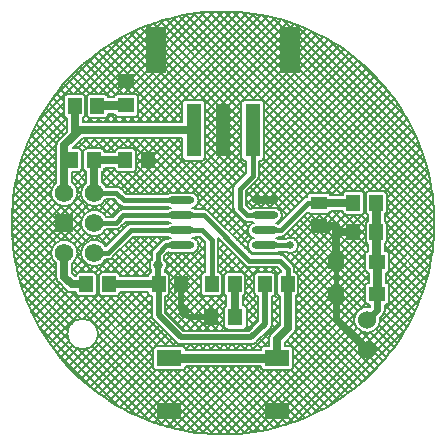
<source format=gtl>
G04 Layer: TopLayer*
G04 EasyEDA v6.5.22, 2023-04-02 13:19:52*
G04 e11523a40a7546c49719b0b35a8351d0,15f4cc3622644fce95c1d8fbedb56722,10*
G04 Gerber Generator version 0.2*
G04 Scale: 100 percent, Rotated: No, Reflected: No *
G04 Dimensions in millimeters *
G04 leading zeros omitted , absolute positions ,4 integer and 5 decimal *
%FSLAX45Y45*%
%MOMM*%

%AMMACRO1*21,1,$1,$2,0,0,$3*%
%ADD10C,0.7500*%
%ADD11C,0.4000*%
%ADD12C,0.7000*%
%ADD13C,0.8000*%
%ADD14C,0.6000*%
%ADD15C,0.5000*%
%ADD16C,0.1999*%
%ADD17MACRO1,1.377X1.1325X0.0000*%
%ADD18R,1.3770X1.1325*%
%ADD19MACRO1,1.377X1.1325X-90.0000*%
%ADD20R,1.4000X1.2000*%
%ADD21R,1.3005X1.3995*%
%ADD22MACRO1,1.377X1.1325X90.0000*%
%ADD23R,2.1000X1.4000*%
%ADD24O,2.2500082X0.6299962*%
%ADD25R,1.3000X4.5000*%
%ADD26R,1.8000X3.9000*%
%ADD27R,1.3995X1.3005*%
%ADD28C,1.5240*%
%ADD29C,1.5748*%
%ADD30R,1.5748X1.5748*%
%ADD31C,0.6500*%
%ADD32C,0.0123*%

%LPD*%
D10*
X455269Y-1144978D02*
G01*
X-455040Y-1144978D01*
D11*
X353006Y-190500D02*
G01*
X569493Y-190500D01*
X570001Y-189992D01*
X-353060Y190500D02*
G01*
X-840486Y190500D01*
X-903986Y254000D01*
X-1089913Y254000D01*
X-1089913Y0D02*
G01*
X-910081Y0D01*
X-846581Y63500D01*
X-353060Y63500D01*
X-1089913Y-254000D02*
G01*
X-974089Y-254000D01*
X-783589Y-63500D01*
X-353060Y-63500D01*
D10*
X1296644Y-81069D02*
G01*
X1296644Y66499D01*
X1296644Y170134D01*
X1305283Y-598520D02*
G01*
X1305219Y-330598D01*
D12*
X958342Y-330454D02*
G01*
X958342Y-81026D01*
X1103376Y-81026D01*
X958291Y-330471D02*
G01*
X958291Y-26619D01*
X810005Y-26619D01*
X1103368Y170007D02*
G01*
X1099985Y166623D01*
X810011Y166623D01*
D11*
X810005Y166623D02*
G01*
X716534Y166623D01*
X486410Y-63500D01*
X353060Y-63500D01*
D12*
X105029Y-799998D02*
G01*
X96621Y-791590D01*
X96621Y-519998D01*
X-1156614Y-519988D02*
G01*
X-1280007Y-519988D01*
X-1343992Y-456003D01*
X-1343992Y-254000D01*
X-963371Y-519986D02*
G01*
X-546610Y-519986D01*
X-546607Y-519988D01*
X-826635Y529988D02*
G01*
X-826643Y529996D01*
X-1093368Y529996D01*
D11*
X-96520Y-500126D02*
G01*
X-96520Y-143255D01*
X-176529Y-63500D01*
X-353060Y-63500D01*
X958293Y-330474D02*
G01*
X958293Y-598520D01*
D13*
X-1063376Y989998D02*
G01*
X-1058405Y994968D01*
X-819998Y994968D01*
D12*
X-1093368Y529996D02*
G01*
X-1093368Y257375D01*
X-1089992Y254000D01*
D11*
X249936Y759968D02*
G01*
X249936Y400050D01*
X139954Y290068D01*
X139954Y130047D01*
X206502Y63500D01*
X353060Y63500D01*
D12*
X-1343913Y656081D02*
G01*
X-1256619Y743376D01*
X-1256619Y989998D01*
X-249936Y785113D02*
G01*
X-1214881Y785113D01*
X-1343913Y656081D01*
X-1343913Y254000D01*
D11*
X-353060Y63500D02*
G01*
X-163576Y63500D01*
X219963Y-320039D01*
X480060Y-320039D01*
X546607Y-386587D01*
X546607Y-519937D01*
D12*
X546607Y-519937D02*
G01*
X546607Y-893318D01*
X455168Y-984757D01*
X455168Y-1145031D01*
D10*
X1305270Y-330474D02*
G01*
X1296636Y-321835D01*
X1296636Y-80970D01*
D14*
X1220007Y-819983D02*
G01*
X1305280Y-734710D01*
X1305280Y-598525D01*
X1220007Y-1073983D02*
G01*
X958291Y-812266D01*
X958291Y-598525D01*
D11*
X-549986Y-359994D02*
G01*
X-549986Y-259989D01*
X-480496Y-190500D01*
X-353006Y-190500D01*
D15*
X-549960Y-359994D02*
G01*
X-549960Y-516618D01*
X-546595Y-519983D01*
X-353364Y-519988D02*
G01*
X-353364Y-736625D01*
X-329996Y-759993D01*
X-329996Y-759993D02*
G01*
X-289991Y-799998D01*
X-105029Y-799998D01*
X353313Y-519937D02*
G01*
X353313Y-856742D01*
X240029Y-970026D01*
X-359918Y-970026D01*
X-546607Y-783336D01*
X-546607Y-519937D01*
D16*
X-1227733Y-1301321D02*
G01*
X-1270308Y-1259794D01*
X-1270308Y-1259794D02*
G01*
X-1311480Y-1216875D01*
X-1311480Y-1216875D02*
G01*
X-1351202Y-1172612D01*
X-1351202Y-1172612D02*
G01*
X-1389431Y-1127052D01*
X-1389431Y-1127052D02*
G01*
X-1426124Y-1080247D01*
X-1426124Y-1080247D02*
G01*
X-1461242Y-1032248D01*
X-1461242Y-1032248D02*
G01*
X-1494745Y-983109D01*
X-1494745Y-983109D02*
G01*
X-1526596Y-932883D01*
X-1526596Y-932883D02*
G01*
X-1556760Y-881626D01*
X-1556760Y-881626D02*
G01*
X-1585203Y-829395D01*
X-1585203Y-829395D02*
G01*
X-1611895Y-776247D01*
X-1611895Y-776247D02*
G01*
X-1636805Y-722242D01*
X-1636805Y-722242D02*
G01*
X-1659907Y-667438D01*
X-1659907Y-667438D02*
G01*
X-1681174Y-611897D01*
X-1681174Y-611897D02*
G01*
X-1700584Y-555680D01*
X-1700584Y-555680D02*
G01*
X-1718114Y-498848D01*
X-1718114Y-498848D02*
G01*
X-1733746Y-441465D01*
X-1733746Y-441465D02*
G01*
X-1747461Y-383595D01*
X-1747461Y-383595D02*
G01*
X-1759246Y-325300D01*
X-1759246Y-325300D02*
G01*
X-1769086Y-266646D01*
X-1769086Y-266646D02*
G01*
X-1776971Y-207698D01*
X-1776971Y-207698D02*
G01*
X-1782893Y-148520D01*
X-1782893Y-148520D02*
G01*
X-1786845Y-89177D01*
X-1786845Y-89177D02*
G01*
X-1788821Y-29736D01*
X-1788821Y-29736D02*
G01*
X-1788821Y29736D01*
X-1788821Y29736D02*
G01*
X-1786845Y89177D01*
X-1786845Y89177D02*
G01*
X-1782893Y148520D01*
X-1782893Y148520D02*
G01*
X-1776971Y207698D01*
X-1776971Y207698D02*
G01*
X-1769086Y266646D01*
X-1769086Y266646D02*
G01*
X-1759246Y325300D01*
X-1759246Y325300D02*
G01*
X-1747461Y383595D01*
X-1747461Y383595D02*
G01*
X-1733746Y441465D01*
X-1733746Y441465D02*
G01*
X-1718114Y498848D01*
X-1718114Y498848D02*
G01*
X-1700584Y555680D01*
X-1700584Y555680D02*
G01*
X-1681174Y611897D01*
X-1681174Y611897D02*
G01*
X-1659907Y667438D01*
X-1659907Y667438D02*
G01*
X-1636805Y722242D01*
X-1636805Y722242D02*
G01*
X-1611895Y776247D01*
X-1611895Y776247D02*
G01*
X-1585203Y829395D01*
X-1585203Y829395D02*
G01*
X-1556760Y881626D01*
X-1556760Y881626D02*
G01*
X-1526596Y932883D01*
X-1526596Y932883D02*
G01*
X-1494745Y983109D01*
X-1494745Y983109D02*
G01*
X-1461242Y1032248D01*
X-1461242Y1032248D02*
G01*
X-1426124Y1080247D01*
X-1426124Y1080247D02*
G01*
X-1389431Y1127052D01*
X-1389431Y1127052D02*
G01*
X-1351202Y1172612D01*
X-1351202Y1172612D02*
G01*
X-1311480Y1216875D01*
X-1311480Y1216875D02*
G01*
X-1270308Y1259794D01*
X-1270308Y1259794D02*
G01*
X-1227733Y1301321D01*
X-1227733Y1301321D02*
G01*
X-1183801Y1341410D01*
X-1183801Y1341410D02*
G01*
X-1138561Y1380016D01*
X-1138561Y1380016D02*
G01*
X-1092062Y1417097D01*
X-1092062Y1417097D02*
G01*
X-1044357Y1452613D01*
X-1044357Y1452613D02*
G01*
X-995498Y1486523D01*
X-995498Y1486523D02*
G01*
X-945538Y1518790D01*
X-945538Y1518790D02*
G01*
X-894534Y1549379D01*
X-894534Y1549379D02*
G01*
X-842541Y1578255D01*
X-842541Y1578255D02*
G01*
X-789617Y1605388D01*
X-789617Y1605388D02*
G01*
X-735820Y1630746D01*
X-735820Y1630746D02*
G01*
X-681211Y1654303D01*
X-681211Y1654303D02*
G01*
X-625848Y1676031D01*
X-625848Y1676031D02*
G01*
X-569794Y1695907D01*
X-569794Y1695907D02*
G01*
X-513110Y1713909D01*
X-513110Y1713909D02*
G01*
X-455859Y1730017D01*
X-455859Y1730017D02*
G01*
X-398105Y1744213D01*
X-398105Y1744213D02*
G01*
X-339910Y1756481D01*
X-339910Y1756481D02*
G01*
X-281340Y1766809D01*
X-281340Y1766809D02*
G01*
X-222459Y1775184D01*
X-222459Y1775184D02*
G01*
X-163332Y1781597D01*
X-163332Y1781597D02*
G01*
X-104025Y1786042D01*
X-104025Y1786042D02*
G01*
X-44602Y1788512D01*
X-44602Y1788512D02*
G01*
X14868Y1789007D01*
X14868Y1789007D02*
G01*
X74324Y1787524D01*
X74324Y1787524D02*
G01*
X133697Y1784066D01*
X133697Y1784066D02*
G01*
X192922Y1778636D01*
X192922Y1778636D02*
G01*
X251934Y1771241D01*
X251934Y1771241D02*
G01*
X310668Y1761889D01*
X310668Y1761889D02*
G01*
X369058Y1750589D01*
X369058Y1750589D02*
G01*
X427041Y1737355D01*
X427041Y1737355D02*
G01*
X484552Y1722201D01*
X484552Y1722201D02*
G01*
X541527Y1705143D01*
X541527Y1705143D02*
G01*
X597904Y1686202D01*
X597904Y1686202D02*
G01*
X653620Y1665397D01*
X653620Y1665397D02*
G01*
X708614Y1642751D01*
X708614Y1642751D02*
G01*
X762824Y1618291D01*
X762824Y1618291D02*
G01*
X816192Y1592042D01*
X816192Y1592042D02*
G01*
X868657Y1564033D01*
X868657Y1564033D02*
G01*
X920163Y1534296D01*
X920163Y1534296D02*
G01*
X970652Y1502864D01*
X970652Y1502864D02*
G01*
X1020068Y1469770D01*
X1020068Y1469770D02*
G01*
X1068357Y1435053D01*
X1068357Y1435053D02*
G01*
X1115466Y1398750D01*
X1115466Y1398750D02*
G01*
X1161341Y1360901D01*
X1161341Y1360901D02*
G01*
X1205934Y1321548D01*
X1205934Y1321548D02*
G01*
X1249193Y1280735D01*
X1249193Y1280735D02*
G01*
X1291072Y1238506D01*
X1291072Y1238506D02*
G01*
X1331525Y1194909D01*
X1331525Y1194909D02*
G01*
X1370506Y1149991D01*
X1370506Y1149991D02*
G01*
X1407972Y1103802D01*
X1407972Y1103802D02*
G01*
X1443883Y1056394D01*
X1443883Y1056394D02*
G01*
X1478198Y1007818D01*
X1478198Y1007818D02*
G01*
X1510879Y958128D01*
X1510879Y958128D02*
G01*
X1541891Y907380D01*
X1541891Y907380D02*
G01*
X1571199Y855629D01*
X1571199Y855629D02*
G01*
X1598770Y802932D01*
X1598770Y802932D02*
G01*
X1624575Y749348D01*
X1624575Y749348D02*
G01*
X1648584Y694936D01*
X1648584Y694936D02*
G01*
X1670772Y639756D01*
X1670772Y639756D02*
G01*
X1691113Y583869D01*
X1691113Y583869D02*
G01*
X1709585Y527337D01*
X1709585Y527337D02*
G01*
X1726168Y470222D01*
X1726168Y470222D02*
G01*
X1740844Y412587D01*
X1740844Y412587D02*
G01*
X1753596Y354497D01*
X1753596Y354497D02*
G01*
X1764409Y296014D01*
X1764409Y296014D02*
G01*
X1773274Y237205D01*
X1773274Y237205D02*
G01*
X1780178Y178133D01*
X1780178Y178133D02*
G01*
X1785115Y118865D01*
X1785115Y118865D02*
G01*
X1788080Y59465D01*
X1788080Y59465D02*
G01*
X1789068Y0D01*
X1789068Y0D02*
G01*
X1788080Y-59465D01*
X1788080Y-59465D02*
G01*
X1785115Y-118865D01*
X1785115Y-118865D02*
G01*
X1780178Y-178133D01*
X1780178Y-178133D02*
G01*
X1773274Y-237205D01*
X1773274Y-237205D02*
G01*
X1764409Y-296014D01*
X1764409Y-296014D02*
G01*
X1753596Y-354497D01*
X1753596Y-354497D02*
G01*
X1740844Y-412587D01*
X1740844Y-412587D02*
G01*
X1726168Y-470222D01*
X1726168Y-470222D02*
G01*
X1709585Y-527337D01*
X1709585Y-527337D02*
G01*
X1691113Y-583869D01*
X1691113Y-583869D02*
G01*
X1670772Y-639756D01*
X1670772Y-639756D02*
G01*
X1648584Y-694936D01*
X1648584Y-694936D02*
G01*
X1624575Y-749348D01*
X1624575Y-749348D02*
G01*
X1598770Y-802932D01*
X1598770Y-802932D02*
G01*
X1571199Y-855629D01*
X1571199Y-855629D02*
G01*
X1541891Y-907380D01*
X1541891Y-907380D02*
G01*
X1510879Y-958128D01*
X1510879Y-958128D02*
G01*
X1478198Y-1007818D01*
X1478198Y-1007818D02*
G01*
X1443883Y-1056394D01*
X1443883Y-1056394D02*
G01*
X1407972Y-1103802D01*
X1407972Y-1103802D02*
G01*
X1370506Y-1149991D01*
X1370506Y-1149991D02*
G01*
X1331525Y-1194909D01*
X1331525Y-1194909D02*
G01*
X1291072Y-1238506D01*
X1291072Y-1238506D02*
G01*
X1249193Y-1280735D01*
X1249193Y-1280735D02*
G01*
X1205934Y-1321548D01*
X1205934Y-1321548D02*
G01*
X1161341Y-1360901D01*
X1161341Y-1360901D02*
G01*
X1115466Y-1398750D01*
X1115466Y-1398750D02*
G01*
X1068357Y-1435053D01*
X1068357Y-1435053D02*
G01*
X1020068Y-1469770D01*
X1020068Y-1469770D02*
G01*
X970652Y-1502864D01*
X970652Y-1502864D02*
G01*
X920163Y-1534296D01*
X920163Y-1534296D02*
G01*
X868657Y-1564033D01*
X868657Y-1564033D02*
G01*
X816192Y-1592042D01*
X816192Y-1592042D02*
G01*
X762824Y-1618291D01*
X762824Y-1618291D02*
G01*
X708614Y-1642751D01*
X708614Y-1642751D02*
G01*
X653620Y-1665397D01*
X653620Y-1665397D02*
G01*
X597904Y-1686202D01*
X597904Y-1686202D02*
G01*
X541527Y-1705143D01*
X541527Y-1705143D02*
G01*
X484552Y-1722201D01*
X484552Y-1722201D02*
G01*
X427041Y-1737355D01*
X427041Y-1737355D02*
G01*
X369058Y-1750589D01*
X369058Y-1750589D02*
G01*
X310668Y-1761889D01*
X310668Y-1761889D02*
G01*
X251934Y-1771241D01*
X251934Y-1771241D02*
G01*
X192922Y-1778636D01*
X192922Y-1778636D02*
G01*
X133697Y-1784066D01*
X133697Y-1784066D02*
G01*
X74324Y-1787524D01*
X74324Y-1787524D02*
G01*
X14868Y-1789007D01*
X14868Y-1789007D02*
G01*
X-44602Y-1788512D01*
X-44602Y-1788512D02*
G01*
X-104025Y-1786042D01*
X-104025Y-1786042D02*
G01*
X-163332Y-1781597D01*
X-163332Y-1781597D02*
G01*
X-222459Y-1775184D01*
X-222459Y-1775184D02*
G01*
X-281340Y-1766809D01*
X-281340Y-1766809D02*
G01*
X-339910Y-1756481D01*
X-339910Y-1756481D02*
G01*
X-398105Y-1744213D01*
X-398105Y-1744213D02*
G01*
X-455859Y-1730017D01*
X-455859Y-1730017D02*
G01*
X-513110Y-1713909D01*
X-513110Y-1713909D02*
G01*
X-569794Y-1695907D01*
X-569794Y-1695907D02*
G01*
X-625848Y-1676031D01*
X-625848Y-1676031D02*
G01*
X-681211Y-1654303D01*
X-681211Y-1654303D02*
G01*
X-735820Y-1630746D01*
X-735820Y-1630746D02*
G01*
X-789617Y-1605388D01*
X-789617Y-1605388D02*
G01*
X-842541Y-1578255D01*
X-842541Y-1578255D02*
G01*
X-894534Y-1549379D01*
X-894534Y-1549379D02*
G01*
X-945538Y-1518790D01*
X-945538Y-1518790D02*
G01*
X-995498Y-1486523D01*
X-995498Y-1486523D02*
G01*
X-1044357Y-1452613D01*
X-1044357Y-1452613D02*
G01*
X-1092062Y-1417097D01*
X-1092062Y-1417097D02*
G01*
X-1138561Y-1380016D01*
X-1138561Y-1380016D02*
G01*
X-1183801Y-1341410D01*
X-1183801Y-1341410D02*
G01*
X-1227733Y-1301321D01*
X-580577Y-1240727D02*
G01*
X-574336Y-1244649D01*
X-574336Y-1244649D02*
G01*
X-567378Y-1247084D01*
X-567378Y-1247084D02*
G01*
X-560053Y-1247909D01*
X-560053Y-1247909D02*
G01*
X-350053Y-1247909D01*
X-350053Y-1247909D02*
G01*
X-342728Y-1247084D01*
X-342728Y-1247084D02*
G01*
X-335771Y-1244649D01*
X-335771Y-1244649D02*
G01*
X-329529Y-1240727D01*
X-329529Y-1240727D02*
G01*
X-324317Y-1235515D01*
X-324317Y-1235515D02*
G01*
X-320395Y-1229273D01*
X-320395Y-1229273D02*
G01*
X-317960Y-1222316D01*
X-317960Y-1222316D02*
G01*
X-317181Y-1215397D01*
X-317181Y-1215397D02*
G01*
X317384Y-1215397D01*
X317384Y-1215397D02*
G01*
X318163Y-1222316D01*
X318163Y-1222316D02*
G01*
X320598Y-1229273D01*
X320598Y-1229273D02*
G01*
X324520Y-1235515D01*
X324520Y-1235515D02*
G01*
X329732Y-1240727D01*
X329732Y-1240727D02*
G01*
X335974Y-1244649D01*
X335974Y-1244649D02*
G01*
X342932Y-1247084D01*
X342932Y-1247084D02*
G01*
X350257Y-1247909D01*
X350257Y-1247909D02*
G01*
X560256Y-1247909D01*
X560256Y-1247909D02*
G01*
X567581Y-1247084D01*
X567581Y-1247084D02*
G01*
X574539Y-1244649D01*
X574539Y-1244649D02*
G01*
X580780Y-1240727D01*
X580780Y-1240727D02*
G01*
X585993Y-1235515D01*
X585993Y-1235515D02*
G01*
X589915Y-1229273D01*
X589915Y-1229273D02*
G01*
X592349Y-1222316D01*
X592349Y-1222316D02*
G01*
X593175Y-1214991D01*
X593175Y-1214991D02*
G01*
X593175Y-1074986D01*
X593175Y-1074986D02*
G01*
X592349Y-1067661D01*
X592349Y-1067661D02*
G01*
X589915Y-1060703D01*
X589915Y-1060703D02*
G01*
X585993Y-1054462D01*
X585993Y-1054462D02*
G01*
X580780Y-1049249D01*
X580780Y-1049249D02*
G01*
X574539Y-1045327D01*
X574539Y-1045327D02*
G01*
X567581Y-1042893D01*
X567581Y-1042893D02*
G01*
X560256Y-1042068D01*
X560256Y-1042068D02*
G01*
X523086Y-1042068D01*
X523086Y-1042068D02*
G01*
X523086Y-1012890D01*
X523086Y-1012890D02*
G01*
X594633Y-941343D01*
X594633Y-941343D02*
G01*
X601883Y-932783D01*
X601883Y-932783D02*
G01*
X607625Y-923147D01*
X607625Y-923147D02*
G01*
X611702Y-912697D01*
X611702Y-912697D02*
G01*
X614004Y-901719D01*
X614004Y-901719D02*
G01*
X614526Y-893318D01*
X614526Y-893318D02*
G01*
X614526Y-619560D01*
X614526Y-619560D02*
G01*
X617535Y-618508D01*
X617535Y-618508D02*
G01*
X623776Y-614586D01*
X623776Y-614586D02*
G01*
X628989Y-609373D01*
X628989Y-609373D02*
G01*
X632911Y-603132D01*
X632911Y-603132D02*
G01*
X635345Y-596174D01*
X635345Y-596174D02*
G01*
X636170Y-588849D01*
X636170Y-588849D02*
G01*
X636170Y-451148D01*
X636170Y-451148D02*
G01*
X635345Y-443823D01*
X635345Y-443823D02*
G01*
X632911Y-436865D01*
X632911Y-436865D02*
G01*
X628989Y-430624D01*
X628989Y-430624D02*
G01*
X623776Y-425411D01*
X623776Y-425411D02*
G01*
X617535Y-421489D01*
X617535Y-421489D02*
G01*
X610577Y-419055D01*
X610577Y-419055D02*
G01*
X603252Y-418230D01*
X603252Y-418230D02*
G01*
X599526Y-418230D01*
X599526Y-418230D02*
G01*
X599526Y-386587D01*
X599526Y-386587D02*
G01*
X599469Y-384144D01*
X599469Y-384144D02*
G01*
X598120Y-374472D01*
X598120Y-374472D02*
G01*
X595017Y-365213D01*
X595017Y-365213D02*
G01*
X590265Y-356681D01*
X590265Y-356681D02*
G01*
X584027Y-349168D01*
X584027Y-349168D02*
G01*
X517479Y-282620D01*
X517479Y-282620D02*
G01*
X515710Y-280932D01*
X515710Y-280932D02*
G01*
X507917Y-275047D01*
X507917Y-275047D02*
G01*
X499176Y-270695D01*
X499176Y-270695D02*
G01*
X489783Y-268022D01*
X489783Y-268022D02*
G01*
X480060Y-267121D01*
X480060Y-267121D02*
G01*
X241883Y-267121D01*
X241883Y-267121D02*
G01*
X-126156Y100919D01*
X-126156Y100919D02*
G01*
X-127925Y102607D01*
X-127925Y102607D02*
G01*
X-135718Y108492D01*
X-135718Y108492D02*
G01*
X-144459Y112844D01*
X-144459Y112844D02*
G01*
X-153852Y115517D01*
X-153852Y115517D02*
G01*
X-163576Y116418D01*
X-163576Y116418D02*
G01*
X-235691Y116418D01*
X-235691Y116418D02*
G01*
X-239789Y119287D01*
X-239789Y119287D02*
G01*
X-249966Y124033D01*
X-249966Y124033D02*
G01*
X-260812Y126939D01*
X-260812Y126939D02*
G01*
X-260812Y127060D01*
X-260812Y127060D02*
G01*
X-249966Y129966D01*
X-249966Y129966D02*
G01*
X-239789Y134712D01*
X-239789Y134712D02*
G01*
X-230591Y141152D01*
X-230591Y141152D02*
G01*
X-222651Y149092D01*
X-222651Y149092D02*
G01*
X-216210Y158291D01*
X-216210Y158291D02*
G01*
X-211465Y168467D01*
X-211465Y168467D02*
G01*
X-208558Y179313D01*
X-208558Y179313D02*
G01*
X-207580Y190500D01*
X-207580Y190500D02*
G01*
X-208558Y201686D01*
X-208558Y201686D02*
G01*
X-211465Y212532D01*
X-211465Y212532D02*
G01*
X-216210Y222708D01*
X-216210Y222708D02*
G01*
X-222651Y231907D01*
X-222651Y231907D02*
G01*
X-230591Y239847D01*
X-230591Y239847D02*
G01*
X-239789Y246287D01*
X-239789Y246287D02*
G01*
X-249966Y251033D01*
X-249966Y251033D02*
G01*
X-260812Y253939D01*
X-260812Y253939D02*
G01*
X-271998Y254918D01*
X-271998Y254918D02*
G01*
X-433999Y254918D01*
X-433999Y254918D02*
G01*
X-445185Y253939D01*
X-445185Y253939D02*
G01*
X-456031Y251033D01*
X-456031Y251033D02*
G01*
X-466208Y246287D01*
X-466208Y246287D02*
G01*
X-470306Y243418D01*
X-470306Y243418D02*
G01*
X-818566Y243418D01*
X-818566Y243418D02*
G01*
X-866566Y291419D01*
X-866566Y291419D02*
G01*
X-868335Y293107D01*
X-868335Y293107D02*
G01*
X-876128Y298992D01*
X-876128Y298992D02*
G01*
X-884869Y303344D01*
X-884869Y303344D02*
G01*
X-894262Y306017D01*
X-894262Y306017D02*
G01*
X-903986Y306918D01*
X-903986Y306918D02*
G01*
X-991734Y306918D01*
X-991734Y306918D02*
G01*
X-992079Y307661D01*
X-992079Y307661D02*
G01*
X-1000104Y320233D01*
X-1000104Y320233D02*
G01*
X-1009735Y331624D01*
X-1009735Y331624D02*
G01*
X-1020797Y341629D01*
X-1020797Y341629D02*
G01*
X-1025450Y344823D01*
X-1025450Y344823D02*
G01*
X-1025450Y430444D01*
X-1025450Y430444D02*
G01*
X-1022461Y431489D01*
X-1022461Y431489D02*
G01*
X-1016219Y435411D01*
X-1016219Y435411D02*
G01*
X-1011007Y440624D01*
X-1011007Y440624D02*
G01*
X-1007085Y446865D01*
X-1007085Y446865D02*
G01*
X-1004651Y453823D01*
X-1004651Y453823D02*
G01*
X-1003825Y462078D01*
X-1003825Y462078D02*
G01*
X-916170Y462078D01*
X-916170Y462078D02*
G01*
X-915345Y453823D01*
X-915345Y453823D02*
G01*
X-912910Y446865D01*
X-912910Y446865D02*
G01*
X-908988Y440624D01*
X-908988Y440624D02*
G01*
X-903776Y435411D01*
X-903776Y435411D02*
G01*
X-897534Y431489D01*
X-897534Y431489D02*
G01*
X-890577Y429055D01*
X-890577Y429055D02*
G01*
X-883251Y428230D01*
X-883251Y428230D02*
G01*
X-769998Y428230D01*
X-769998Y428230D02*
G01*
X-762673Y429055D01*
X-762673Y429055D02*
G01*
X-755715Y431489D01*
X-755715Y431489D02*
G01*
X-749474Y435411D01*
X-749474Y435411D02*
G01*
X-744261Y440624D01*
X-744261Y440624D02*
G01*
X-740339Y446865D01*
X-740339Y446865D02*
G01*
X-737905Y453823D01*
X-737905Y453823D02*
G01*
X-737080Y461148D01*
X-737080Y461148D02*
G01*
X-737080Y598849D01*
X-737080Y598849D02*
G01*
X-737905Y606174D01*
X-737905Y606174D02*
G01*
X-740339Y613132D01*
X-740339Y613132D02*
G01*
X-744261Y619373D01*
X-744261Y619373D02*
G01*
X-749474Y624586D01*
X-749474Y624586D02*
G01*
X-755715Y628508D01*
X-755715Y628508D02*
G01*
X-762673Y630942D01*
X-762673Y630942D02*
G01*
X-769998Y631767D01*
X-769998Y631767D02*
G01*
X-883251Y631767D01*
X-883251Y631767D02*
G01*
X-890577Y630942D01*
X-890577Y630942D02*
G01*
X-897534Y628508D01*
X-897534Y628508D02*
G01*
X-903776Y624586D01*
X-903776Y624586D02*
G01*
X-908988Y619373D01*
X-908988Y619373D02*
G01*
X-912910Y613132D01*
X-912910Y613132D02*
G01*
X-915345Y606174D01*
X-915345Y606174D02*
G01*
X-916170Y597914D01*
X-916170Y597914D02*
G01*
X-1003825Y597914D01*
X-1003825Y597914D02*
G01*
X-1004651Y606174D01*
X-1004651Y606174D02*
G01*
X-1007085Y613132D01*
X-1007085Y613132D02*
G01*
X-1011007Y619373D01*
X-1011007Y619373D02*
G01*
X-1016219Y624586D01*
X-1016219Y624586D02*
G01*
X-1022461Y628508D01*
X-1022461Y628508D02*
G01*
X-1029419Y630942D01*
X-1029419Y630942D02*
G01*
X-1036744Y631767D01*
X-1036744Y631767D02*
G01*
X-1149997Y631767D01*
X-1149997Y631767D02*
G01*
X-1157322Y630942D01*
X-1157322Y630942D02*
G01*
X-1164280Y628508D01*
X-1164280Y628508D02*
G01*
X-1170521Y624586D01*
X-1170521Y624586D02*
G01*
X-1175734Y619373D01*
X-1175734Y619373D02*
G01*
X-1179656Y613132D01*
X-1179656Y613132D02*
G01*
X-1182090Y606174D01*
X-1182090Y606174D02*
G01*
X-1182916Y598849D01*
X-1182916Y598849D02*
G01*
X-1182916Y461148D01*
X-1182916Y461148D02*
G01*
X-1182090Y453823D01*
X-1182090Y453823D02*
G01*
X-1179656Y446865D01*
X-1179656Y446865D02*
G01*
X-1175734Y440624D01*
X-1175734Y440624D02*
G01*
X-1170521Y435411D01*
X-1170521Y435411D02*
G01*
X-1164280Y431489D01*
X-1164280Y431489D02*
G01*
X-1161286Y430442D01*
X-1161286Y430442D02*
G01*
X-1161286Y339740D01*
X-1161286Y339740D02*
G01*
X-1170260Y331624D01*
X-1170260Y331624D02*
G01*
X-1179890Y320233D01*
X-1179890Y320233D02*
G01*
X-1187916Y307661D01*
X-1187916Y307661D02*
G01*
X-1194195Y294130D01*
X-1194195Y294130D02*
G01*
X-1198614Y279884D01*
X-1198614Y279884D02*
G01*
X-1201095Y265176D01*
X-1201095Y265176D02*
G01*
X-1201593Y250268D01*
X-1201593Y250268D02*
G01*
X-1200100Y235428D01*
X-1200100Y235428D02*
G01*
X-1196643Y220918D01*
X-1196643Y220918D02*
G01*
X-1191282Y206999D01*
X-1191282Y206999D02*
G01*
X-1184113Y193918D01*
X-1184113Y193918D02*
G01*
X-1175266Y181910D01*
X-1175266Y181910D02*
G01*
X-1164896Y171188D01*
X-1164896Y171188D02*
G01*
X-1153190Y161944D01*
X-1153190Y161944D02*
G01*
X-1140356Y154342D01*
X-1140356Y154342D02*
G01*
X-1126624Y148519D01*
X-1126624Y148519D02*
G01*
X-1112238Y144579D01*
X-1112238Y144579D02*
G01*
X-1097455Y142591D01*
X-1097455Y142591D02*
G01*
X-1082539Y142591D01*
X-1082539Y142591D02*
G01*
X-1067757Y144579D01*
X-1067757Y144579D02*
G01*
X-1053371Y148519D01*
X-1053371Y148519D02*
G01*
X-1039638Y154342D01*
X-1039638Y154342D02*
G01*
X-1026805Y161944D01*
X-1026805Y161944D02*
G01*
X-1015099Y171188D01*
X-1015099Y171188D02*
G01*
X-1004729Y181910D01*
X-1004729Y181910D02*
G01*
X-995881Y193918D01*
X-995881Y193918D02*
G01*
X-991956Y201081D01*
X-991956Y201081D02*
G01*
X-925905Y201081D01*
X-925905Y201081D02*
G01*
X-877905Y153080D01*
X-877905Y153080D02*
G01*
X-876136Y151392D01*
X-876136Y151392D02*
G01*
X-868343Y145507D01*
X-868343Y145507D02*
G01*
X-859602Y141155D01*
X-859602Y141155D02*
G01*
X-850209Y138482D01*
X-850209Y138482D02*
G01*
X-840486Y137581D01*
X-840486Y137581D02*
G01*
X-470306Y137581D01*
X-470306Y137581D02*
G01*
X-466208Y134712D01*
X-466208Y134712D02*
G01*
X-456031Y129966D01*
X-456031Y129966D02*
G01*
X-445185Y127060D01*
X-445185Y127060D02*
G01*
X-445185Y126939D01*
X-445185Y126939D02*
G01*
X-456031Y124033D01*
X-456031Y124033D02*
G01*
X-466208Y119287D01*
X-466208Y119287D02*
G01*
X-470306Y116418D01*
X-470306Y116418D02*
G01*
X-846581Y116418D01*
X-846581Y116418D02*
G01*
X-849025Y116361D01*
X-849025Y116361D02*
G01*
X-858697Y115012D01*
X-858697Y115012D02*
G01*
X-867956Y111909D01*
X-867956Y111909D02*
G01*
X-876488Y107157D01*
X-876488Y107157D02*
G01*
X-884001Y100919D01*
X-884001Y100919D02*
G01*
X-932001Y52918D01*
X-932001Y52918D02*
G01*
X-991734Y52918D01*
X-991734Y52918D02*
G01*
X-992079Y53661D01*
X-992079Y53661D02*
G01*
X-1000104Y66233D01*
X-1000104Y66233D02*
G01*
X-1009735Y77624D01*
X-1009735Y77624D02*
G01*
X-1020797Y87629D01*
X-1020797Y87629D02*
G01*
X-1033094Y96071D01*
X-1033094Y96071D02*
G01*
X-1046407Y102798D01*
X-1046407Y102798D02*
G01*
X-1060498Y107691D01*
X-1060498Y107691D02*
G01*
X-1075115Y110662D01*
X-1075115Y110662D02*
G01*
X-1089997Y111658D01*
X-1089997Y111658D02*
G01*
X-1104880Y110662D01*
X-1104880Y110662D02*
G01*
X-1119497Y107691D01*
X-1119497Y107691D02*
G01*
X-1133588Y102798D01*
X-1133588Y102798D02*
G01*
X-1146900Y96071D01*
X-1146900Y96071D02*
G01*
X-1159198Y87629D01*
X-1159198Y87629D02*
G01*
X-1170260Y77624D01*
X-1170260Y77624D02*
G01*
X-1179890Y66233D01*
X-1179890Y66233D02*
G01*
X-1187916Y53661D01*
X-1187916Y53661D02*
G01*
X-1194195Y40130D01*
X-1194195Y40130D02*
G01*
X-1198614Y25884D01*
X-1198614Y25884D02*
G01*
X-1201095Y11176D01*
X-1201095Y11176D02*
G01*
X-1201593Y-3731D01*
X-1201593Y-3731D02*
G01*
X-1200100Y-18571D01*
X-1200100Y-18571D02*
G01*
X-1196643Y-33081D01*
X-1196643Y-33081D02*
G01*
X-1191282Y-47000D01*
X-1191282Y-47000D02*
G01*
X-1184113Y-60081D01*
X-1184113Y-60081D02*
G01*
X-1175266Y-72089D01*
X-1175266Y-72089D02*
G01*
X-1164896Y-82811D01*
X-1164896Y-82811D02*
G01*
X-1153190Y-92055D01*
X-1153190Y-92055D02*
G01*
X-1140356Y-99657D01*
X-1140356Y-99657D02*
G01*
X-1126624Y-105480D01*
X-1126624Y-105480D02*
G01*
X-1112238Y-109420D01*
X-1112238Y-109420D02*
G01*
X-1097455Y-111408D01*
X-1097455Y-111408D02*
G01*
X-1082539Y-111408D01*
X-1082539Y-111408D02*
G01*
X-1067757Y-109420D01*
X-1067757Y-109420D02*
G01*
X-1053371Y-105480D01*
X-1053371Y-105480D02*
G01*
X-1039638Y-99657D01*
X-1039638Y-99657D02*
G01*
X-1026805Y-92055D01*
X-1026805Y-92055D02*
G01*
X-1015099Y-82811D01*
X-1015099Y-82811D02*
G01*
X-1004729Y-72089D01*
X-1004729Y-72089D02*
G01*
X-995881Y-60081D01*
X-995881Y-60081D02*
G01*
X-991956Y-52918D01*
X-991956Y-52918D02*
G01*
X-910081Y-52918D01*
X-910081Y-52918D02*
G01*
X-907638Y-52861D01*
X-907638Y-52861D02*
G01*
X-897966Y-51512D01*
X-897966Y-51512D02*
G01*
X-888707Y-48409D01*
X-888707Y-48409D02*
G01*
X-880175Y-43657D01*
X-880175Y-43657D02*
G01*
X-872662Y-37419D01*
X-872662Y-37419D02*
G01*
X-824662Y10581D01*
X-824662Y10581D02*
G01*
X-470306Y10581D01*
X-470306Y10581D02*
G01*
X-466208Y7712D01*
X-466208Y7712D02*
G01*
X-456031Y2966D01*
X-456031Y2966D02*
G01*
X-445185Y60D01*
X-445185Y60D02*
G01*
X-445185Y-60D01*
X-445185Y-60D02*
G01*
X-456031Y-2966D01*
X-456031Y-2966D02*
G01*
X-466208Y-7712D01*
X-466208Y-7712D02*
G01*
X-470306Y-10581D01*
X-470306Y-10581D02*
G01*
X-783589Y-10581D01*
X-783589Y-10581D02*
G01*
X-786033Y-10638D01*
X-786033Y-10638D02*
G01*
X-795705Y-11987D01*
X-795705Y-11987D02*
G01*
X-804964Y-15090D01*
X-804964Y-15090D02*
G01*
X-813496Y-19842D01*
X-813496Y-19842D02*
G01*
X-821009Y-26080D01*
X-821009Y-26080D02*
G01*
X-993319Y-198391D01*
X-993319Y-198391D02*
G01*
X-1000104Y-187761D01*
X-1000104Y-187761D02*
G01*
X-1009735Y-176370D01*
X-1009735Y-176370D02*
G01*
X-1020797Y-166365D01*
X-1020797Y-166365D02*
G01*
X-1033094Y-157923D01*
X-1033094Y-157923D02*
G01*
X-1046407Y-151196D01*
X-1046407Y-151196D02*
G01*
X-1060498Y-146303D01*
X-1060498Y-146303D02*
G01*
X-1075115Y-143332D01*
X-1075115Y-143332D02*
G01*
X-1089997Y-142336D01*
X-1089997Y-142336D02*
G01*
X-1104880Y-143332D01*
X-1104880Y-143332D02*
G01*
X-1119497Y-146303D01*
X-1119497Y-146303D02*
G01*
X-1133588Y-151196D01*
X-1133588Y-151196D02*
G01*
X-1146900Y-157923D01*
X-1146900Y-157923D02*
G01*
X-1159198Y-166365D01*
X-1159198Y-166365D02*
G01*
X-1170260Y-176370D01*
X-1170260Y-176370D02*
G01*
X-1179890Y-187761D01*
X-1179890Y-187761D02*
G01*
X-1187916Y-200333D01*
X-1187916Y-200333D02*
G01*
X-1194195Y-213863D01*
X-1194195Y-213863D02*
G01*
X-1198614Y-228110D01*
X-1198614Y-228110D02*
G01*
X-1201095Y-242818D01*
X-1201095Y-242818D02*
G01*
X-1201593Y-257725D01*
X-1201593Y-257725D02*
G01*
X-1200100Y-272566D01*
X-1200100Y-272566D02*
G01*
X-1196643Y-287076D01*
X-1196643Y-287076D02*
G01*
X-1191282Y-300995D01*
X-1191282Y-300995D02*
G01*
X-1184113Y-314076D01*
X-1184113Y-314076D02*
G01*
X-1175266Y-326084D01*
X-1175266Y-326084D02*
G01*
X-1164896Y-336806D01*
X-1164896Y-336806D02*
G01*
X-1153190Y-346050D01*
X-1153190Y-346050D02*
G01*
X-1140356Y-353652D01*
X-1140356Y-353652D02*
G01*
X-1126624Y-359475D01*
X-1126624Y-359475D02*
G01*
X-1112238Y-363415D01*
X-1112238Y-363415D02*
G01*
X-1097455Y-365403D01*
X-1097455Y-365403D02*
G01*
X-1082539Y-365403D01*
X-1082539Y-365403D02*
G01*
X-1067757Y-363415D01*
X-1067757Y-363415D02*
G01*
X-1053371Y-359475D01*
X-1053371Y-359475D02*
G01*
X-1039638Y-353652D01*
X-1039638Y-353652D02*
G01*
X-1026805Y-346050D01*
X-1026805Y-346050D02*
G01*
X-1015099Y-336806D01*
X-1015099Y-336806D02*
G01*
X-1004729Y-326084D01*
X-1004729Y-326084D02*
G01*
X-995881Y-314076D01*
X-995881Y-314076D02*
G01*
X-991959Y-306918D01*
X-991959Y-306918D02*
G01*
X-971646Y-306861D01*
X-971646Y-306861D02*
G01*
X-961974Y-305512D01*
X-961974Y-305512D02*
G01*
X-952715Y-302409D01*
X-952715Y-302409D02*
G01*
X-944183Y-297657D01*
X-944183Y-297657D02*
G01*
X-936670Y-291419D01*
X-936670Y-291419D02*
G01*
X-761670Y-116418D01*
X-761670Y-116418D02*
G01*
X-470306Y-116418D01*
X-470306Y-116418D02*
G01*
X-466208Y-119287D01*
X-466208Y-119287D02*
G01*
X-456031Y-124033D01*
X-456031Y-124033D02*
G01*
X-445185Y-126939D01*
X-445185Y-126939D02*
G01*
X-445185Y-127060D01*
X-445185Y-127060D02*
G01*
X-456031Y-129966D01*
X-456031Y-129966D02*
G01*
X-466208Y-134712D01*
X-466208Y-134712D02*
G01*
X-470306Y-137581D01*
X-470306Y-137581D02*
G01*
X-482940Y-137638D01*
X-482940Y-137638D02*
G01*
X-492612Y-138987D01*
X-492612Y-138987D02*
G01*
X-501871Y-142090D01*
X-501871Y-142090D02*
G01*
X-510403Y-146842D01*
X-510403Y-146842D02*
G01*
X-517915Y-153080D01*
X-517915Y-153080D02*
G01*
X-587405Y-222570D01*
X-587405Y-222570D02*
G01*
X-589093Y-224338D01*
X-589093Y-224338D02*
G01*
X-594978Y-232131D01*
X-594978Y-232131D02*
G01*
X-599331Y-240873D01*
X-599331Y-240873D02*
G01*
X-602003Y-250265D01*
X-602003Y-250265D02*
G01*
X-602904Y-259989D01*
X-602904Y-259989D02*
G01*
X-602904Y-310035D01*
X-602904Y-310035D02*
G01*
X-609330Y-317622D01*
X-609330Y-317622D02*
G01*
X-615495Y-327968D01*
X-615495Y-327968D02*
G01*
X-619873Y-339188D01*
X-619873Y-339188D02*
G01*
X-622344Y-350974D01*
X-622344Y-350974D02*
G01*
X-622842Y-363007D01*
X-622842Y-363007D02*
G01*
X-621352Y-374958D01*
X-621352Y-374958D02*
G01*
X-617916Y-386500D01*
X-617916Y-386500D02*
G01*
X-612626Y-397320D01*
X-612626Y-397320D02*
G01*
X-607879Y-403969D01*
X-607879Y-403969D02*
G01*
X-607879Y-418751D01*
X-607879Y-418751D02*
G01*
X-610577Y-419055D01*
X-610577Y-419055D02*
G01*
X-617535Y-421489D01*
X-617535Y-421489D02*
G01*
X-623776Y-425411D01*
X-623776Y-425411D02*
G01*
X-628989Y-430624D01*
X-628989Y-430624D02*
G01*
X-632911Y-436865D01*
X-632911Y-436865D02*
G01*
X-635345Y-443823D01*
X-635345Y-443823D02*
G01*
X-636170Y-452067D01*
X-636170Y-452067D02*
G01*
X-873826Y-452067D01*
X-873826Y-452067D02*
G01*
X-874651Y-443823D01*
X-874651Y-443823D02*
G01*
X-877085Y-436865D01*
X-877085Y-436865D02*
G01*
X-881007Y-430624D01*
X-881007Y-430624D02*
G01*
X-886220Y-425411D01*
X-886220Y-425411D02*
G01*
X-892461Y-421489D01*
X-892461Y-421489D02*
G01*
X-899419Y-419055D01*
X-899419Y-419055D02*
G01*
X-906744Y-418230D01*
X-906744Y-418230D02*
G01*
X-1019997Y-418230D01*
X-1019997Y-418230D02*
G01*
X-1027323Y-419055D01*
X-1027323Y-419055D02*
G01*
X-1034280Y-421489D01*
X-1034280Y-421489D02*
G01*
X-1040522Y-425411D01*
X-1040522Y-425411D02*
G01*
X-1045734Y-430624D01*
X-1045734Y-430624D02*
G01*
X-1049656Y-436865D01*
X-1049656Y-436865D02*
G01*
X-1052091Y-443823D01*
X-1052091Y-443823D02*
G01*
X-1052916Y-451148D01*
X-1052916Y-451148D02*
G01*
X-1052916Y-588849D01*
X-1052916Y-588849D02*
G01*
X-1052091Y-596174D01*
X-1052091Y-596174D02*
G01*
X-1049656Y-603132D01*
X-1049656Y-603132D02*
G01*
X-1045734Y-609373D01*
X-1045734Y-609373D02*
G01*
X-1040522Y-614586D01*
X-1040522Y-614586D02*
G01*
X-1034280Y-618508D01*
X-1034280Y-618508D02*
G01*
X-1027323Y-620942D01*
X-1027323Y-620942D02*
G01*
X-1019997Y-621767D01*
X-1019997Y-621767D02*
G01*
X-906744Y-621767D01*
X-906744Y-621767D02*
G01*
X-899419Y-620942D01*
X-899419Y-620942D02*
G01*
X-892461Y-618508D01*
X-892461Y-618508D02*
G01*
X-886220Y-614586D01*
X-886220Y-614586D02*
G01*
X-881007Y-609373D01*
X-881007Y-609373D02*
G01*
X-877085Y-603132D01*
X-877085Y-603132D02*
G01*
X-874651Y-596174D01*
X-874651Y-596174D02*
G01*
X-873826Y-587904D01*
X-873826Y-587904D02*
G01*
X-636170Y-587904D01*
X-636170Y-587904D02*
G01*
X-635345Y-596174D01*
X-635345Y-596174D02*
G01*
X-632911Y-603132D01*
X-632911Y-603132D02*
G01*
X-628989Y-609373D01*
X-628989Y-609373D02*
G01*
X-623776Y-614586D01*
X-623776Y-614586D02*
G01*
X-617535Y-618508D01*
X-617535Y-618508D02*
G01*
X-610577Y-620942D01*
X-610577Y-620942D02*
G01*
X-604526Y-621624D01*
X-604526Y-621624D02*
G01*
X-604526Y-783336D01*
X-604526Y-783336D02*
G01*
X-604464Y-786010D01*
X-604464Y-786010D02*
G01*
X-602987Y-796596D01*
X-602987Y-796596D02*
G01*
X-599591Y-806730D01*
X-599591Y-806730D02*
G01*
X-594390Y-816067D01*
X-594390Y-816067D02*
G01*
X-587562Y-824290D01*
X-587562Y-824290D02*
G01*
X-400872Y-1010980D01*
X-400872Y-1010980D02*
G01*
X-398937Y-1012828D01*
X-398937Y-1012828D02*
G01*
X-390408Y-1019269D01*
X-390408Y-1019269D02*
G01*
X-380840Y-1024033D01*
X-380840Y-1024033D02*
G01*
X-370560Y-1026958D01*
X-370560Y-1026958D02*
G01*
X-359918Y-1027944D01*
X-359918Y-1027944D02*
G01*
X240029Y-1027944D01*
X240029Y-1027944D02*
G01*
X242704Y-1027882D01*
X242704Y-1027882D02*
G01*
X253290Y-1026405D01*
X253290Y-1026405D02*
G01*
X263424Y-1023009D01*
X263424Y-1023009D02*
G01*
X272761Y-1017808D01*
X272761Y-1017808D02*
G01*
X280984Y-1010980D01*
X280984Y-1010980D02*
G01*
X394268Y-897696D01*
X394268Y-897696D02*
G01*
X396116Y-895761D01*
X396116Y-895761D02*
G01*
X402557Y-887232D01*
X402557Y-887232D02*
G01*
X407321Y-877664D01*
X407321Y-877664D02*
G01*
X410246Y-867384D01*
X410246Y-867384D02*
G01*
X411232Y-856742D01*
X411232Y-856742D02*
G01*
X411232Y-621628D01*
X411232Y-621628D02*
G01*
X417324Y-620942D01*
X417324Y-620942D02*
G01*
X424281Y-618508D01*
X424281Y-618508D02*
G01*
X430523Y-614586D01*
X430523Y-614586D02*
G01*
X435735Y-609373D01*
X435735Y-609373D02*
G01*
X439657Y-603132D01*
X439657Y-603132D02*
G01*
X442092Y-596174D01*
X442092Y-596174D02*
G01*
X442917Y-588849D01*
X442917Y-588849D02*
G01*
X442917Y-451148D01*
X442917Y-451148D02*
G01*
X442092Y-443823D01*
X442092Y-443823D02*
G01*
X439657Y-436865D01*
X439657Y-436865D02*
G01*
X435735Y-430624D01*
X435735Y-430624D02*
G01*
X430523Y-425411D01*
X430523Y-425411D02*
G01*
X424281Y-421489D01*
X424281Y-421489D02*
G01*
X417324Y-419055D01*
X417324Y-419055D02*
G01*
X409999Y-418230D01*
X409999Y-418230D02*
G01*
X296745Y-418230D01*
X296745Y-418230D02*
G01*
X289420Y-419055D01*
X289420Y-419055D02*
G01*
X282462Y-421489D01*
X282462Y-421489D02*
G01*
X276221Y-425411D01*
X276221Y-425411D02*
G01*
X271009Y-430624D01*
X271009Y-430624D02*
G01*
X267087Y-436865D01*
X267087Y-436865D02*
G01*
X264652Y-443823D01*
X264652Y-443823D02*
G01*
X263827Y-451148D01*
X263827Y-451148D02*
G01*
X263827Y-588849D01*
X263827Y-588849D02*
G01*
X264652Y-596174D01*
X264652Y-596174D02*
G01*
X267087Y-603132D01*
X267087Y-603132D02*
G01*
X271009Y-609373D01*
X271009Y-609373D02*
G01*
X276221Y-614586D01*
X276221Y-614586D02*
G01*
X282462Y-618508D01*
X282462Y-618508D02*
G01*
X289420Y-620942D01*
X289420Y-620942D02*
G01*
X295395Y-621615D01*
X295395Y-621615D02*
G01*
X295395Y-832751D01*
X295395Y-832751D02*
G01*
X216039Y-912107D01*
X216039Y-912107D02*
G01*
X-335927Y-912107D01*
X-335927Y-912107D02*
G01*
X-488689Y-759345D01*
X-488689Y-759345D02*
G01*
X-488689Y-621620D01*
X-488689Y-621620D02*
G01*
X-482673Y-620942D01*
X-482673Y-620942D02*
G01*
X-475716Y-618508D01*
X-475716Y-618508D02*
G01*
X-469474Y-614586D01*
X-469474Y-614586D02*
G01*
X-464262Y-609373D01*
X-464262Y-609373D02*
G01*
X-460340Y-603132D01*
X-460340Y-603132D02*
G01*
X-457905Y-596174D01*
X-457905Y-596174D02*
G01*
X-457080Y-588849D01*
X-457080Y-588849D02*
G01*
X-457080Y-451148D01*
X-457080Y-451148D02*
G01*
X-457905Y-443823D01*
X-457905Y-443823D02*
G01*
X-460340Y-436865D01*
X-460340Y-436865D02*
G01*
X-464262Y-430624D01*
X-464262Y-430624D02*
G01*
X-469474Y-425411D01*
X-469474Y-425411D02*
G01*
X-475716Y-421489D01*
X-475716Y-421489D02*
G01*
X-482673Y-419055D01*
X-482673Y-419055D02*
G01*
X-489999Y-418230D01*
X-489999Y-418230D02*
G01*
X-492042Y-418230D01*
X-492042Y-418230D02*
G01*
X-492042Y-404019D01*
X-492042Y-404019D02*
G01*
X-490641Y-402365D01*
X-490641Y-402365D02*
G01*
X-484477Y-392019D01*
X-484477Y-392019D02*
G01*
X-480099Y-380800D01*
X-480099Y-380800D02*
G01*
X-477627Y-369013D01*
X-477627Y-369013D02*
G01*
X-477130Y-356980D01*
X-477130Y-356980D02*
G01*
X-478619Y-345030D01*
X-478619Y-345030D02*
G01*
X-482056Y-333487D01*
X-482056Y-333487D02*
G01*
X-487345Y-322668D01*
X-487345Y-322668D02*
G01*
X-494343Y-312867D01*
X-494343Y-312867D02*
G01*
X-497067Y-310142D01*
X-497067Y-310142D02*
G01*
X-497067Y-281908D01*
X-497067Y-281908D02*
G01*
X-462961Y-247802D01*
X-462961Y-247802D02*
G01*
X-456031Y-251033D01*
X-456031Y-251033D02*
G01*
X-445185Y-253939D01*
X-445185Y-253939D02*
G01*
X-433999Y-254918D01*
X-433999Y-254918D02*
G01*
X-271998Y-254918D01*
X-271998Y-254918D02*
G01*
X-260812Y-253939D01*
X-260812Y-253939D02*
G01*
X-249966Y-251033D01*
X-249966Y-251033D02*
G01*
X-239789Y-246287D01*
X-239789Y-246287D02*
G01*
X-230591Y-239847D01*
X-230591Y-239847D02*
G01*
X-222651Y-231907D01*
X-222651Y-231907D02*
G01*
X-216210Y-222708D01*
X-216210Y-222708D02*
G01*
X-211465Y-212532D01*
X-211465Y-212532D02*
G01*
X-208558Y-201686D01*
X-208558Y-201686D02*
G01*
X-207580Y-190500D01*
X-207580Y-190500D02*
G01*
X-208558Y-179313D01*
X-208558Y-179313D02*
G01*
X-211465Y-168467D01*
X-211465Y-168467D02*
G01*
X-216210Y-158291D01*
X-216210Y-158291D02*
G01*
X-222651Y-149092D01*
X-222651Y-149092D02*
G01*
X-230591Y-141152D01*
X-230591Y-141152D02*
G01*
X-239789Y-134712D01*
X-239789Y-134712D02*
G01*
X-249966Y-129966D01*
X-249966Y-129966D02*
G01*
X-260812Y-127060D01*
X-260812Y-127060D02*
G01*
X-260812Y-126939D01*
X-260812Y-126939D02*
G01*
X-249966Y-124033D01*
X-249966Y-124033D02*
G01*
X-239789Y-119287D01*
X-239789Y-119287D02*
G01*
X-235691Y-116418D01*
X-235691Y-116418D02*
G01*
X-198400Y-116418D01*
X-198400Y-116418D02*
G01*
X-149438Y-165224D01*
X-149438Y-165224D02*
G01*
X-149438Y-418230D01*
X-149438Y-418230D02*
G01*
X-153253Y-418230D01*
X-153253Y-418230D02*
G01*
X-160578Y-419055D01*
X-160578Y-419055D02*
G01*
X-167536Y-421489D01*
X-167536Y-421489D02*
G01*
X-173777Y-425411D01*
X-173777Y-425411D02*
G01*
X-178989Y-430624D01*
X-178989Y-430624D02*
G01*
X-182912Y-436865D01*
X-182912Y-436865D02*
G01*
X-185346Y-443823D01*
X-185346Y-443823D02*
G01*
X-186171Y-451148D01*
X-186171Y-451148D02*
G01*
X-186171Y-588849D01*
X-186171Y-588849D02*
G01*
X-185346Y-596174D01*
X-185346Y-596174D02*
G01*
X-182912Y-603132D01*
X-182912Y-603132D02*
G01*
X-178989Y-609373D01*
X-178989Y-609373D02*
G01*
X-173777Y-614586D01*
X-173777Y-614586D02*
G01*
X-167536Y-618508D01*
X-167536Y-618508D02*
G01*
X-160578Y-620942D01*
X-160578Y-620942D02*
G01*
X-153253Y-621767D01*
X-153253Y-621767D02*
G01*
X-39999Y-621767D01*
X-39999Y-621767D02*
G01*
X-32674Y-620942D01*
X-32674Y-620942D02*
G01*
X-25717Y-618508D01*
X-25717Y-618508D02*
G01*
X-19475Y-614586D01*
X-19475Y-614586D02*
G01*
X-14263Y-609373D01*
X-14263Y-609373D02*
G01*
X-10341Y-603132D01*
X-10341Y-603132D02*
G01*
X-7906Y-596174D01*
X-7906Y-596174D02*
G01*
X-7081Y-588849D01*
X-7081Y-588849D02*
G01*
X-7081Y-451148D01*
X-7081Y-451148D02*
G01*
X-7906Y-443823D01*
X-7906Y-443823D02*
G01*
X-10341Y-436865D01*
X-10341Y-436865D02*
G01*
X-14263Y-430624D01*
X-14263Y-430624D02*
G01*
X-19475Y-425411D01*
X-19475Y-425411D02*
G01*
X-25717Y-421489D01*
X-25717Y-421489D02*
G01*
X-32674Y-419055D01*
X-32674Y-419055D02*
G01*
X-39999Y-418230D01*
X-39999Y-418230D02*
G01*
X-43601Y-418230D01*
X-43601Y-418230D02*
G01*
X-43601Y-143255D01*
X-43601Y-143255D02*
G01*
X-43662Y-140727D01*
X-43662Y-140727D02*
G01*
X-45026Y-131058D01*
X-45026Y-131058D02*
G01*
X-45621Y-129292D01*
X-45621Y-129292D02*
G01*
X182544Y-357459D01*
X182544Y-357459D02*
G01*
X184313Y-359147D01*
X184313Y-359147D02*
G01*
X192106Y-365032D01*
X192106Y-365032D02*
G01*
X200847Y-369384D01*
X200847Y-369384D02*
G01*
X210240Y-372057D01*
X210240Y-372057D02*
G01*
X219963Y-372958D01*
X219963Y-372958D02*
G01*
X458140Y-372958D01*
X458140Y-372958D02*
G01*
X493689Y-408507D01*
X493689Y-408507D02*
G01*
X493689Y-418230D01*
X493689Y-418230D02*
G01*
X489999Y-418230D01*
X489999Y-418230D02*
G01*
X482673Y-419055D01*
X482673Y-419055D02*
G01*
X475716Y-421489D01*
X475716Y-421489D02*
G01*
X469474Y-425411D01*
X469474Y-425411D02*
G01*
X464262Y-430624D01*
X464262Y-430624D02*
G01*
X460340Y-436865D01*
X460340Y-436865D02*
G01*
X457905Y-443823D01*
X457905Y-443823D02*
G01*
X457080Y-451148D01*
X457080Y-451148D02*
G01*
X457080Y-588849D01*
X457080Y-588849D02*
G01*
X457905Y-596174D01*
X457905Y-596174D02*
G01*
X460340Y-603132D01*
X460340Y-603132D02*
G01*
X464262Y-609373D01*
X464262Y-609373D02*
G01*
X469474Y-614586D01*
X469474Y-614586D02*
G01*
X475716Y-618508D01*
X475716Y-618508D02*
G01*
X478689Y-619548D01*
X478689Y-619548D02*
G01*
X478689Y-865185D01*
X478689Y-865185D02*
G01*
X407142Y-936732D01*
X407142Y-936732D02*
G01*
X399892Y-945292D01*
X399892Y-945292D02*
G01*
X394150Y-954928D01*
X394150Y-954928D02*
G01*
X390073Y-965378D01*
X390073Y-965378D02*
G01*
X387771Y-976356D01*
X387771Y-976356D02*
G01*
X387249Y-984757D01*
X387249Y-984757D02*
G01*
X387249Y-1042068D01*
X387249Y-1042068D02*
G01*
X350257Y-1042068D01*
X350257Y-1042068D02*
G01*
X342932Y-1042893D01*
X342932Y-1042893D02*
G01*
X335974Y-1045327D01*
X335974Y-1045327D02*
G01*
X329732Y-1049249D01*
X329732Y-1049249D02*
G01*
X324520Y-1054462D01*
X324520Y-1054462D02*
G01*
X320598Y-1060703D01*
X320598Y-1060703D02*
G01*
X318163Y-1067661D01*
X318163Y-1067661D02*
G01*
X317386Y-1074559D01*
X317386Y-1074559D02*
G01*
X-317183Y-1074559D01*
X-317183Y-1074559D02*
G01*
X-317960Y-1067661D01*
X-317960Y-1067661D02*
G01*
X-320395Y-1060703D01*
X-320395Y-1060703D02*
G01*
X-324317Y-1054462D01*
X-324317Y-1054462D02*
G01*
X-329529Y-1049249D01*
X-329529Y-1049249D02*
G01*
X-335771Y-1045327D01*
X-335771Y-1045327D02*
G01*
X-342728Y-1042893D01*
X-342728Y-1042893D02*
G01*
X-350053Y-1042068D01*
X-350053Y-1042068D02*
G01*
X-560053Y-1042068D01*
X-560053Y-1042068D02*
G01*
X-567378Y-1042893D01*
X-567378Y-1042893D02*
G01*
X-574336Y-1045327D01*
X-574336Y-1045327D02*
G01*
X-580577Y-1049249D01*
X-580577Y-1049249D02*
G01*
X-585790Y-1054462D01*
X-585790Y-1054462D02*
G01*
X-589712Y-1060703D01*
X-589712Y-1060703D02*
G01*
X-592146Y-1067661D01*
X-592146Y-1067661D02*
G01*
X-592971Y-1074986D01*
X-592971Y-1074986D02*
G01*
X-592971Y-1214991D01*
X-592971Y-1214991D02*
G01*
X-592146Y-1222316D01*
X-592146Y-1222316D02*
G01*
X-589712Y-1229273D01*
X-589712Y-1229273D02*
G01*
X-585790Y-1235515D01*
X-585790Y-1235515D02*
G01*
X-580577Y-1240727D01*
X-1429266Y181910D02*
G01*
X-1418896Y171188D01*
X-1418896Y171188D02*
G01*
X-1407190Y161944D01*
X-1407190Y161944D02*
G01*
X-1394356Y154342D01*
X-1394356Y154342D02*
G01*
X-1380624Y148519D01*
X-1380624Y148519D02*
G01*
X-1366238Y144579D01*
X-1366238Y144579D02*
G01*
X-1351455Y142591D01*
X-1351455Y142591D02*
G01*
X-1336539Y142591D01*
X-1336539Y142591D02*
G01*
X-1321757Y144579D01*
X-1321757Y144579D02*
G01*
X-1307371Y148519D01*
X-1307371Y148519D02*
G01*
X-1293638Y154342D01*
X-1293638Y154342D02*
G01*
X-1280805Y161944D01*
X-1280805Y161944D02*
G01*
X-1269099Y171188D01*
X-1269099Y171188D02*
G01*
X-1258729Y181910D01*
X-1258729Y181910D02*
G01*
X-1249881Y193918D01*
X-1249881Y193918D02*
G01*
X-1242713Y206999D01*
X-1242713Y206999D02*
G01*
X-1237352Y220918D01*
X-1237352Y220918D02*
G01*
X-1233894Y235428D01*
X-1233894Y235428D02*
G01*
X-1232401Y250268D01*
X-1232401Y250268D02*
G01*
X-1232900Y265176D01*
X-1232900Y265176D02*
G01*
X-1235381Y279884D01*
X-1235381Y279884D02*
G01*
X-1239800Y294130D01*
X-1239800Y294130D02*
G01*
X-1246079Y307661D01*
X-1246079Y307661D02*
G01*
X-1254104Y320233D01*
X-1254104Y320233D02*
G01*
X-1263735Y331624D01*
X-1263735Y331624D02*
G01*
X-1274797Y341629D01*
X-1274797Y341629D02*
G01*
X-1275995Y342451D01*
X-1275995Y342451D02*
G01*
X-1275995Y428230D01*
X-1275995Y428230D02*
G01*
X-1229997Y428230D01*
X-1229997Y428230D02*
G01*
X-1222672Y429055D01*
X-1222672Y429055D02*
G01*
X-1215714Y431489D01*
X-1215714Y431489D02*
G01*
X-1209473Y435411D01*
X-1209473Y435411D02*
G01*
X-1204260Y440624D01*
X-1204260Y440624D02*
G01*
X-1200338Y446865D01*
X-1200338Y446865D02*
G01*
X-1197904Y453823D01*
X-1197904Y453823D02*
G01*
X-1197079Y461148D01*
X-1197079Y461148D02*
G01*
X-1197079Y598849D01*
X-1197079Y598849D02*
G01*
X-1197904Y606174D01*
X-1197904Y606174D02*
G01*
X-1200338Y613132D01*
X-1200338Y613132D02*
G01*
X-1204260Y619373D01*
X-1204260Y619373D02*
G01*
X-1209473Y624586D01*
X-1209473Y624586D02*
G01*
X-1215714Y628508D01*
X-1215714Y628508D02*
G01*
X-1222672Y630942D01*
X-1222672Y630942D02*
G01*
X-1229997Y631767D01*
X-1229997Y631767D02*
G01*
X-1272177Y631767D01*
X-1272177Y631767D02*
G01*
X-1186749Y717195D01*
X-1186749Y717195D02*
G01*
X-347915Y717195D01*
X-347915Y717195D02*
G01*
X-347915Y560002D01*
X-347915Y560002D02*
G01*
X-347089Y552677D01*
X-347089Y552677D02*
G01*
X-344655Y545720D01*
X-344655Y545720D02*
G01*
X-340733Y539478D01*
X-340733Y539478D02*
G01*
X-335521Y534266D01*
X-335521Y534266D02*
G01*
X-329279Y530344D01*
X-329279Y530344D02*
G01*
X-322321Y527909D01*
X-322321Y527909D02*
G01*
X-314996Y527084D01*
X-314996Y527084D02*
G01*
X-184997Y527084D01*
X-184997Y527084D02*
G01*
X-177671Y527909D01*
X-177671Y527909D02*
G01*
X-170714Y530344D01*
X-170714Y530344D02*
G01*
X-164472Y534266D01*
X-164472Y534266D02*
G01*
X-159260Y539478D01*
X-159260Y539478D02*
G01*
X-155338Y545720D01*
X-155338Y545720D02*
G01*
X-152903Y552677D01*
X-152903Y552677D02*
G01*
X-152078Y560002D01*
X-152078Y560002D02*
G01*
X-152078Y1010001D01*
X-152078Y1010001D02*
G01*
X-152903Y1017326D01*
X-152903Y1017326D02*
G01*
X-155338Y1024284D01*
X-155338Y1024284D02*
G01*
X-159260Y1030526D01*
X-159260Y1030526D02*
G01*
X-164472Y1035738D01*
X-164472Y1035738D02*
G01*
X-170714Y1039660D01*
X-170714Y1039660D02*
G01*
X-177671Y1042094D01*
X-177671Y1042094D02*
G01*
X-184997Y1042920D01*
X-184997Y1042920D02*
G01*
X-314996Y1042920D01*
X-314996Y1042920D02*
G01*
X-322321Y1042094D01*
X-322321Y1042094D02*
G01*
X-329279Y1039660D01*
X-329279Y1039660D02*
G01*
X-335521Y1035738D01*
X-335521Y1035738D02*
G01*
X-340733Y1030526D01*
X-340733Y1030526D02*
G01*
X-344655Y1024284D01*
X-344655Y1024284D02*
G01*
X-347089Y1017326D01*
X-347089Y1017326D02*
G01*
X-347915Y1010001D01*
X-347915Y1010001D02*
G01*
X-347915Y853032D01*
X-347915Y853032D02*
G01*
X-1188700Y853032D01*
X-1188700Y853032D02*
G01*
X-1188700Y890444D01*
X-1188700Y890444D02*
G01*
X-1185714Y891488D01*
X-1185714Y891488D02*
G01*
X-1179473Y895410D01*
X-1179473Y895410D02*
G01*
X-1174261Y900623D01*
X-1174261Y900623D02*
G01*
X-1170339Y906864D01*
X-1170339Y906864D02*
G01*
X-1167904Y913822D01*
X-1167904Y913822D02*
G01*
X-1167079Y921147D01*
X-1167079Y921147D02*
G01*
X-1167079Y1058848D01*
X-1167079Y1058848D02*
G01*
X-1167904Y1066173D01*
X-1167904Y1066173D02*
G01*
X-1170339Y1073131D01*
X-1170339Y1073131D02*
G01*
X-1174261Y1079372D01*
X-1174261Y1079372D02*
G01*
X-1179473Y1084585D01*
X-1179473Y1084585D02*
G01*
X-1185714Y1088507D01*
X-1185714Y1088507D02*
G01*
X-1192672Y1090941D01*
X-1192672Y1090941D02*
G01*
X-1199997Y1091766D01*
X-1199997Y1091766D02*
G01*
X-1313251Y1091766D01*
X-1313251Y1091766D02*
G01*
X-1320576Y1090941D01*
X-1320576Y1090941D02*
G01*
X-1327533Y1088507D01*
X-1327533Y1088507D02*
G01*
X-1333775Y1084585D01*
X-1333775Y1084585D02*
G01*
X-1338987Y1079372D01*
X-1338987Y1079372D02*
G01*
X-1342909Y1073131D01*
X-1342909Y1073131D02*
G01*
X-1345344Y1066173D01*
X-1345344Y1066173D02*
G01*
X-1346169Y1058848D01*
X-1346169Y1058848D02*
G01*
X-1346169Y921147D01*
X-1346169Y921147D02*
G01*
X-1345344Y913822D01*
X-1345344Y913822D02*
G01*
X-1342909Y906864D01*
X-1342909Y906864D02*
G01*
X-1338987Y900623D01*
X-1338987Y900623D02*
G01*
X-1333775Y895410D01*
X-1333775Y895410D02*
G01*
X-1327533Y891488D01*
X-1327533Y891488D02*
G01*
X-1324537Y890440D01*
X-1324537Y890440D02*
G01*
X-1324537Y771509D01*
X-1324537Y771509D02*
G01*
X-1391939Y704107D01*
X-1391939Y704107D02*
G01*
X-1399189Y695547D01*
X-1399189Y695547D02*
G01*
X-1404931Y685911D01*
X-1404931Y685911D02*
G01*
X-1409008Y675461D01*
X-1409008Y675461D02*
G01*
X-1411310Y664483D01*
X-1411310Y664483D02*
G01*
X-1411832Y656081D01*
X-1411832Y656081D02*
G01*
X-1411832Y342567D01*
X-1411832Y342567D02*
G01*
X-1413198Y341629D01*
X-1413198Y341629D02*
G01*
X-1424260Y331624D01*
X-1424260Y331624D02*
G01*
X-1433890Y320233D01*
X-1433890Y320233D02*
G01*
X-1441916Y307661D01*
X-1441916Y307661D02*
G01*
X-1448195Y294130D01*
X-1448195Y294130D02*
G01*
X-1452614Y279884D01*
X-1452614Y279884D02*
G01*
X-1455095Y265176D01*
X-1455095Y265176D02*
G01*
X-1455593Y250268D01*
X-1455593Y250268D02*
G01*
X-1454100Y235428D01*
X-1454100Y235428D02*
G01*
X-1450643Y220918D01*
X-1450643Y220918D02*
G01*
X-1445282Y206999D01*
X-1445282Y206999D02*
G01*
X-1438113Y193918D01*
X-1438113Y193918D02*
G01*
X-1429266Y181910D01*
X230591Y-239847D02*
G01*
X239789Y-246287D01*
X239789Y-246287D02*
G01*
X249966Y-251033D01*
X249966Y-251033D02*
G01*
X260812Y-253939D01*
X260812Y-253939D02*
G01*
X271998Y-254918D01*
X271998Y-254918D02*
G01*
X433999Y-254918D01*
X433999Y-254918D02*
G01*
X445185Y-253939D01*
X445185Y-253939D02*
G01*
X456031Y-251033D01*
X456031Y-251033D02*
G01*
X466208Y-246287D01*
X466208Y-246287D02*
G01*
X470306Y-243418D01*
X470306Y-243418D02*
G01*
X532287Y-243418D01*
X532287Y-243418D02*
G01*
X542354Y-249280D01*
X542354Y-249280D02*
G01*
X553070Y-253180D01*
X553070Y-253180D02*
G01*
X564299Y-255160D01*
X564299Y-255160D02*
G01*
X575702Y-255160D01*
X575702Y-255160D02*
G01*
X586932Y-253180D01*
X586932Y-253180D02*
G01*
X597648Y-249280D01*
X597648Y-249280D02*
G01*
X607523Y-243579D01*
X607523Y-243579D02*
G01*
X616258Y-236249D01*
X616258Y-236249D02*
G01*
X623588Y-227514D01*
X623588Y-227514D02*
G01*
X629290Y-217638D01*
X629290Y-217638D02*
G01*
X633189Y-206923D01*
X633189Y-206923D02*
G01*
X635170Y-195693D01*
X635170Y-195693D02*
G01*
X635170Y-184290D01*
X635170Y-184290D02*
G01*
X633189Y-173060D01*
X633189Y-173060D02*
G01*
X629290Y-162345D01*
X629290Y-162345D02*
G01*
X623588Y-152469D01*
X623588Y-152469D02*
G01*
X616258Y-143734D01*
X616258Y-143734D02*
G01*
X607523Y-136404D01*
X607523Y-136404D02*
G01*
X597648Y-130703D01*
X597648Y-130703D02*
G01*
X586932Y-126803D01*
X586932Y-126803D02*
G01*
X575702Y-124823D01*
X575702Y-124823D02*
G01*
X564299Y-124823D01*
X564299Y-124823D02*
G01*
X553070Y-126803D01*
X553070Y-126803D02*
G01*
X542354Y-130703D01*
X542354Y-130703D02*
G01*
X532479Y-136404D01*
X532479Y-136404D02*
G01*
X531076Y-137581D01*
X531076Y-137581D02*
G01*
X470306Y-137581D01*
X470306Y-137581D02*
G01*
X466208Y-134712D01*
X466208Y-134712D02*
G01*
X456031Y-129966D01*
X456031Y-129966D02*
G01*
X445185Y-127060D01*
X445185Y-127060D02*
G01*
X445185Y-126939D01*
X445185Y-126939D02*
G01*
X456031Y-124033D01*
X456031Y-124033D02*
G01*
X466208Y-119287D01*
X466208Y-119287D02*
G01*
X470306Y-116418D01*
X470306Y-116418D02*
G01*
X488853Y-116361D01*
X488853Y-116361D02*
G01*
X498525Y-115012D01*
X498525Y-115012D02*
G01*
X507784Y-111909D01*
X507784Y-111909D02*
G01*
X516316Y-107157D01*
X516316Y-107157D02*
G01*
X523829Y-100919D01*
X523829Y-100919D02*
G01*
X714952Y90205D01*
X714952Y90205D02*
G01*
X715411Y89475D01*
X715411Y89475D02*
G01*
X720623Y84263D01*
X720623Y84263D02*
G01*
X726865Y80341D01*
X726865Y80341D02*
G01*
X733822Y77906D01*
X733822Y77906D02*
G01*
X741147Y77081D01*
X741147Y77081D02*
G01*
X878848Y77081D01*
X878848Y77081D02*
G01*
X886173Y77906D01*
X886173Y77906D02*
G01*
X893131Y80341D01*
X893131Y80341D02*
G01*
X899373Y84263D01*
X899373Y84263D02*
G01*
X904585Y89475D01*
X904585Y89475D02*
G01*
X908507Y95717D01*
X908507Y95717D02*
G01*
X909553Y98705D01*
X909553Y98705D02*
G01*
X1014101Y98705D01*
X1014101Y98705D02*
G01*
X1014651Y93824D01*
X1014651Y93824D02*
G01*
X1017085Y86866D01*
X1017085Y86866D02*
G01*
X1021007Y80624D01*
X1021007Y80624D02*
G01*
X1026219Y75412D01*
X1026219Y75412D02*
G01*
X1032461Y71490D01*
X1032461Y71490D02*
G01*
X1039419Y69055D01*
X1039419Y69055D02*
G01*
X1046744Y68230D01*
X1046744Y68230D02*
G01*
X1159997Y68230D01*
X1159997Y68230D02*
G01*
X1167322Y69055D01*
X1167322Y69055D02*
G01*
X1174280Y71490D01*
X1174280Y71490D02*
G01*
X1180521Y75412D01*
X1180521Y75412D02*
G01*
X1185734Y80624D01*
X1185734Y80624D02*
G01*
X1189656Y86866D01*
X1189656Y86866D02*
G01*
X1192090Y93824D01*
X1192090Y93824D02*
G01*
X1192916Y101149D01*
X1192916Y101149D02*
G01*
X1192916Y238850D01*
X1192916Y238850D02*
G01*
X1192090Y246175D01*
X1192090Y246175D02*
G01*
X1189656Y253132D01*
X1189656Y253132D02*
G01*
X1185734Y259374D01*
X1185734Y259374D02*
G01*
X1180521Y264586D01*
X1180521Y264586D02*
G01*
X1174280Y268508D01*
X1174280Y268508D02*
G01*
X1167322Y270943D01*
X1167322Y270943D02*
G01*
X1159997Y271768D01*
X1159997Y271768D02*
G01*
X1046744Y271768D01*
X1046744Y271768D02*
G01*
X1039419Y270943D01*
X1039419Y270943D02*
G01*
X1032461Y268508D01*
X1032461Y268508D02*
G01*
X1026219Y264586D01*
X1026219Y264586D02*
G01*
X1021007Y259374D01*
X1021007Y259374D02*
G01*
X1017085Y253132D01*
X1017085Y253132D02*
G01*
X1014651Y246175D01*
X1014651Y246175D02*
G01*
X1013825Y238850D01*
X1013825Y238850D02*
G01*
X1013825Y234542D01*
X1013825Y234542D02*
G01*
X909554Y234542D01*
X909554Y234542D02*
G01*
X908507Y237535D01*
X908507Y237535D02*
G01*
X904585Y243777D01*
X904585Y243777D02*
G01*
X899373Y248989D01*
X899373Y248989D02*
G01*
X893131Y252911D01*
X893131Y252911D02*
G01*
X886173Y255346D01*
X886173Y255346D02*
G01*
X878848Y256171D01*
X878848Y256171D02*
G01*
X741147Y256171D01*
X741147Y256171D02*
G01*
X733822Y255346D01*
X733822Y255346D02*
G01*
X726865Y252911D01*
X726865Y252911D02*
G01*
X720623Y248989D01*
X720623Y248989D02*
G01*
X715411Y243777D01*
X715411Y243777D02*
G01*
X711489Y237535D01*
X711489Y237535D02*
G01*
X709054Y230578D01*
X709054Y230578D02*
G01*
X708229Y223253D01*
X708229Y223253D02*
G01*
X708229Y218772D01*
X708229Y218772D02*
G01*
X704418Y218136D01*
X704418Y218136D02*
G01*
X695159Y215033D01*
X695159Y215033D02*
G01*
X686627Y210281D01*
X686627Y210281D02*
G01*
X679114Y204043D01*
X679114Y204043D02*
G01*
X466885Y-8186D01*
X466885Y-8186D02*
G01*
X466208Y-7712D01*
X466208Y-7712D02*
G01*
X456031Y-2966D01*
X456031Y-2966D02*
G01*
X445185Y-60D01*
X445185Y-60D02*
G01*
X445185Y60D01*
X445185Y60D02*
G01*
X456031Y2966D01*
X456031Y2966D02*
G01*
X466208Y7712D01*
X466208Y7712D02*
G01*
X475406Y14152D01*
X475406Y14152D02*
G01*
X483346Y22092D01*
X483346Y22092D02*
G01*
X489787Y31290D01*
X489787Y31290D02*
G01*
X494532Y41467D01*
X494532Y41467D02*
G01*
X497439Y52313D01*
X497439Y52313D02*
G01*
X498417Y63500D01*
X498417Y63500D02*
G01*
X497439Y74686D01*
X497439Y74686D02*
G01*
X494532Y85532D01*
X494532Y85532D02*
G01*
X489787Y95708D01*
X489787Y95708D02*
G01*
X483346Y104907D01*
X483346Y104907D02*
G01*
X475406Y112847D01*
X475406Y112847D02*
G01*
X466208Y119287D01*
X466208Y119287D02*
G01*
X456031Y124033D01*
X456031Y124033D02*
G01*
X445185Y126939D01*
X445185Y126939D02*
G01*
X433999Y127918D01*
X433999Y127918D02*
G01*
X271998Y127918D01*
X271998Y127918D02*
G01*
X260812Y126939D01*
X260812Y126939D02*
G01*
X249966Y124033D01*
X249966Y124033D02*
G01*
X239789Y119287D01*
X239789Y119287D02*
G01*
X235691Y116418D01*
X235691Y116418D02*
G01*
X228421Y116418D01*
X228421Y116418D02*
G01*
X192872Y151967D01*
X192872Y151967D02*
G01*
X192872Y268148D01*
X192872Y268148D02*
G01*
X287355Y362630D01*
X287355Y362630D02*
G01*
X289043Y364399D01*
X289043Y364399D02*
G01*
X294928Y372192D01*
X294928Y372192D02*
G01*
X299280Y380933D01*
X299280Y380933D02*
G01*
X301953Y390326D01*
X301953Y390326D02*
G01*
X302854Y400050D01*
X302854Y400050D02*
G01*
X302854Y527084D01*
X302854Y527084D02*
G01*
X315004Y527084D01*
X315004Y527084D02*
G01*
X322329Y527909D01*
X322329Y527909D02*
G01*
X329287Y530344D01*
X329287Y530344D02*
G01*
X335528Y534266D01*
X335528Y534266D02*
G01*
X340740Y539478D01*
X340740Y539478D02*
G01*
X344663Y545720D01*
X344663Y545720D02*
G01*
X347097Y552677D01*
X347097Y552677D02*
G01*
X347922Y560002D01*
X347922Y560002D02*
G01*
X347922Y1010001D01*
X347922Y1010001D02*
G01*
X347097Y1017326D01*
X347097Y1017326D02*
G01*
X344663Y1024284D01*
X344663Y1024284D02*
G01*
X340740Y1030526D01*
X340740Y1030526D02*
G01*
X335528Y1035738D01*
X335528Y1035738D02*
G01*
X329287Y1039660D01*
X329287Y1039660D02*
G01*
X322329Y1042094D01*
X322329Y1042094D02*
G01*
X315004Y1042920D01*
X315004Y1042920D02*
G01*
X185004Y1042920D01*
X185004Y1042920D02*
G01*
X177679Y1042094D01*
X177679Y1042094D02*
G01*
X170722Y1039660D01*
X170722Y1039660D02*
G01*
X164480Y1035738D01*
X164480Y1035738D02*
G01*
X159268Y1030526D01*
X159268Y1030526D02*
G01*
X155346Y1024284D01*
X155346Y1024284D02*
G01*
X152911Y1017326D01*
X152911Y1017326D02*
G01*
X152086Y1010001D01*
X152086Y1010001D02*
G01*
X152086Y560002D01*
X152086Y560002D02*
G01*
X152911Y552677D01*
X152911Y552677D02*
G01*
X155346Y545720D01*
X155346Y545720D02*
G01*
X159268Y539478D01*
X159268Y539478D02*
G01*
X164480Y534266D01*
X164480Y534266D02*
G01*
X170722Y530344D01*
X170722Y530344D02*
G01*
X177679Y527909D01*
X177679Y527909D02*
G01*
X185004Y527084D01*
X185004Y527084D02*
G01*
X197017Y527084D01*
X197017Y527084D02*
G01*
X197017Y421969D01*
X197017Y421969D02*
G01*
X102534Y327487D01*
X102534Y327487D02*
G01*
X100846Y325718D01*
X100846Y325718D02*
G01*
X94961Y317925D01*
X94961Y317925D02*
G01*
X90609Y309184D01*
X90609Y309184D02*
G01*
X87936Y299791D01*
X87936Y299791D02*
G01*
X87035Y290068D01*
X87035Y290068D02*
G01*
X87035Y130047D01*
X87035Y130047D02*
G01*
X87092Y127604D01*
X87092Y127604D02*
G01*
X88441Y117932D01*
X88441Y117932D02*
G01*
X91544Y108673D01*
X91544Y108673D02*
G01*
X96296Y100141D01*
X96296Y100141D02*
G01*
X102534Y92628D01*
X102534Y92628D02*
G01*
X169082Y26080D01*
X169082Y26080D02*
G01*
X170851Y24392D01*
X170851Y24392D02*
G01*
X178644Y18507D01*
X178644Y18507D02*
G01*
X187385Y14155D01*
X187385Y14155D02*
G01*
X196778Y11482D01*
X196778Y11482D02*
G01*
X206502Y10581D01*
X206502Y10581D02*
G01*
X235691Y10581D01*
X235691Y10581D02*
G01*
X239789Y7712D01*
X239789Y7712D02*
G01*
X249966Y2966D01*
X249966Y2966D02*
G01*
X260812Y60D01*
X260812Y60D02*
G01*
X260812Y-60D01*
X260812Y-60D02*
G01*
X249966Y-2966D01*
X249966Y-2966D02*
G01*
X239789Y-7712D01*
X239789Y-7712D02*
G01*
X230591Y-14152D01*
X230591Y-14152D02*
G01*
X222651Y-22092D01*
X222651Y-22092D02*
G01*
X216210Y-31291D01*
X216210Y-31291D02*
G01*
X211465Y-41467D01*
X211465Y-41467D02*
G01*
X208558Y-52313D01*
X208558Y-52313D02*
G01*
X207580Y-63500D01*
X207580Y-63500D02*
G01*
X208558Y-74686D01*
X208558Y-74686D02*
G01*
X211465Y-85532D01*
X211465Y-85532D02*
G01*
X216210Y-95708D01*
X216210Y-95708D02*
G01*
X222651Y-104907D01*
X222651Y-104907D02*
G01*
X230591Y-112847D01*
X230591Y-112847D02*
G01*
X239789Y-119287D01*
X239789Y-119287D02*
G01*
X249966Y-124033D01*
X249966Y-124033D02*
G01*
X260812Y-126939D01*
X260812Y-126939D02*
G01*
X260812Y-127060D01*
X260812Y-127060D02*
G01*
X249966Y-129966D01*
X249966Y-129966D02*
G01*
X239789Y-134712D01*
X239789Y-134712D02*
G01*
X230591Y-141152D01*
X230591Y-141152D02*
G01*
X222651Y-149092D01*
X222651Y-149092D02*
G01*
X216210Y-158290D01*
X216210Y-158290D02*
G01*
X211465Y-168467D01*
X211465Y-168467D02*
G01*
X208558Y-179313D01*
X208558Y-179313D02*
G01*
X207580Y-190500D01*
X207580Y-190500D02*
G01*
X208558Y-201686D01*
X208558Y-201686D02*
G01*
X211465Y-212532D01*
X211465Y-212532D02*
G01*
X216210Y-222708D01*
X216210Y-222708D02*
G01*
X222651Y-231907D01*
X222651Y-231907D02*
G01*
X230591Y-239847D01*
X1136669Y-890448D02*
G01*
X1146802Y-900926D01*
X1146802Y-900926D02*
G01*
X1158242Y-909960D01*
X1158242Y-909960D02*
G01*
X1170784Y-917388D01*
X1170784Y-917388D02*
G01*
X1184204Y-923079D01*
X1184204Y-923079D02*
G01*
X1198262Y-926930D01*
X1198262Y-926930D02*
G01*
X1212709Y-928873D01*
X1212709Y-928873D02*
G01*
X1227285Y-928873D01*
X1227285Y-928873D02*
G01*
X1241732Y-926930D01*
X1241732Y-926930D02*
G01*
X1255790Y-923079D01*
X1255790Y-923079D02*
G01*
X1269211Y-917388D01*
X1269211Y-917388D02*
G01*
X1281752Y-909960D01*
X1281752Y-909960D02*
G01*
X1293192Y-900926D01*
X1293192Y-900926D02*
G01*
X1303326Y-890448D01*
X1303326Y-890448D02*
G01*
X1311972Y-878712D01*
X1311972Y-878712D02*
G01*
X1318977Y-865930D01*
X1318977Y-865930D02*
G01*
X1324216Y-852327D01*
X1324216Y-852327D02*
G01*
X1327596Y-838147D01*
X1327596Y-838147D02*
G01*
X1329054Y-823644D01*
X1329054Y-823644D02*
G01*
X1328567Y-809076D01*
X1328567Y-809076D02*
G01*
X1327316Y-801654D01*
X1327316Y-801654D02*
G01*
X1349770Y-779200D01*
X1349770Y-779200D02*
G01*
X1353478Y-775153D01*
X1353478Y-775153D02*
G01*
X1356820Y-770798D01*
X1356820Y-770798D02*
G01*
X1359769Y-766169D01*
X1359769Y-766169D02*
G01*
X1362304Y-761300D01*
X1362304Y-761300D02*
G01*
X1364404Y-756229D01*
X1364404Y-756229D02*
G01*
X1366054Y-750994D01*
X1366054Y-750994D02*
G01*
X1367243Y-745635D01*
X1367243Y-745635D02*
G01*
X1367959Y-740193D01*
X1367959Y-740193D02*
G01*
X1368198Y-734710D01*
X1368198Y-734710D02*
G01*
X1368198Y-691438D01*
X1368198Y-691438D02*
G01*
X1375277Y-691438D01*
X1375277Y-691438D02*
G01*
X1382603Y-690613D01*
X1382603Y-690613D02*
G01*
X1389560Y-688178D01*
X1389560Y-688178D02*
G01*
X1395802Y-684256D01*
X1395802Y-684256D02*
G01*
X1401014Y-679044D01*
X1401014Y-679044D02*
G01*
X1404936Y-672803D01*
X1404936Y-672803D02*
G01*
X1407371Y-665845D01*
X1407371Y-665845D02*
G01*
X1408196Y-658520D01*
X1408196Y-658520D02*
G01*
X1408196Y-538520D01*
X1408196Y-538520D02*
G01*
X1407371Y-531195D01*
X1407371Y-531195D02*
G01*
X1404936Y-524237D01*
X1404936Y-524237D02*
G01*
X1401014Y-517996D01*
X1401014Y-517996D02*
G01*
X1395802Y-512784D01*
X1395802Y-512784D02*
G01*
X1389560Y-508862D01*
X1389560Y-508862D02*
G01*
X1382603Y-506427D01*
X1382603Y-506427D02*
G01*
X1375680Y-505647D01*
X1375680Y-505647D02*
G01*
X1375660Y-423357D01*
X1375660Y-423357D02*
G01*
X1382603Y-422574D01*
X1382603Y-422574D02*
G01*
X1389560Y-420140D01*
X1389560Y-420140D02*
G01*
X1395802Y-416218D01*
X1395802Y-416218D02*
G01*
X1401014Y-411006D01*
X1401014Y-411006D02*
G01*
X1404936Y-404764D01*
X1404936Y-404764D02*
G01*
X1407371Y-397806D01*
X1407371Y-397806D02*
G01*
X1408196Y-390481D01*
X1408196Y-390481D02*
G01*
X1408196Y-270482D01*
X1408196Y-270482D02*
G01*
X1407371Y-263156D01*
X1407371Y-263156D02*
G01*
X1404936Y-256199D01*
X1404936Y-256199D02*
G01*
X1401014Y-249957D01*
X1401014Y-249957D02*
G01*
X1395802Y-244745D01*
X1395802Y-244745D02*
G01*
X1389560Y-240823D01*
X1389560Y-240823D02*
G01*
X1382603Y-238388D01*
X1382603Y-238388D02*
G01*
X1375277Y-237563D01*
X1375277Y-237563D02*
G01*
X1367055Y-237563D01*
X1367055Y-237563D02*
G01*
X1367055Y-179651D01*
X1367055Y-179651D02*
G01*
X1373775Y-175562D01*
X1373775Y-175562D02*
G01*
X1378987Y-170349D01*
X1378987Y-170349D02*
G01*
X1382909Y-164108D01*
X1382909Y-164108D02*
G01*
X1385344Y-157150D01*
X1385344Y-157150D02*
G01*
X1386169Y-149825D01*
X1386169Y-149825D02*
G01*
X1386169Y-12124D01*
X1386169Y-12124D02*
G01*
X1385344Y-4799D01*
X1385344Y-4799D02*
G01*
X1382909Y2157D01*
X1382909Y2157D02*
G01*
X1378987Y8399D01*
X1378987Y8399D02*
G01*
X1373775Y13611D01*
X1373775Y13611D02*
G01*
X1367063Y17698D01*
X1367063Y17698D02*
G01*
X1367063Y71326D01*
X1367063Y71326D02*
G01*
X1373775Y75412D01*
X1373775Y75412D02*
G01*
X1378987Y80624D01*
X1378987Y80624D02*
G01*
X1382909Y86866D01*
X1382909Y86866D02*
G01*
X1385344Y93824D01*
X1385344Y93824D02*
G01*
X1386169Y101149D01*
X1386169Y101149D02*
G01*
X1386169Y238850D01*
X1386169Y238850D02*
G01*
X1385344Y246175D01*
X1385344Y246175D02*
G01*
X1382909Y253132D01*
X1382909Y253132D02*
G01*
X1378987Y259374D01*
X1378987Y259374D02*
G01*
X1373775Y264586D01*
X1373775Y264586D02*
G01*
X1367533Y268508D01*
X1367533Y268508D02*
G01*
X1360576Y270943D01*
X1360576Y270943D02*
G01*
X1353251Y271768D01*
X1353251Y271768D02*
G01*
X1239997Y271768D01*
X1239997Y271768D02*
G01*
X1232672Y270943D01*
X1232672Y270943D02*
G01*
X1225714Y268508D01*
X1225714Y268508D02*
G01*
X1219473Y264586D01*
X1219473Y264586D02*
G01*
X1214260Y259374D01*
X1214260Y259374D02*
G01*
X1210338Y253132D01*
X1210338Y253132D02*
G01*
X1207904Y246175D01*
X1207904Y246175D02*
G01*
X1207079Y238850D01*
X1207079Y238850D02*
G01*
X1207079Y101149D01*
X1207079Y101149D02*
G01*
X1207904Y93824D01*
X1207904Y93824D02*
G01*
X1210338Y86866D01*
X1210338Y86866D02*
G01*
X1214260Y80624D01*
X1214260Y80624D02*
G01*
X1219473Y75412D01*
X1219473Y75412D02*
G01*
X1226225Y71312D01*
X1226225Y71312D02*
G01*
X1226225Y17712D01*
X1226225Y17712D02*
G01*
X1219473Y13611D01*
X1219473Y13611D02*
G01*
X1214260Y8399D01*
X1214260Y8399D02*
G01*
X1210338Y2157D01*
X1210338Y2157D02*
G01*
X1207904Y-4799D01*
X1207904Y-4799D02*
G01*
X1207079Y-12124D01*
X1207079Y-12124D02*
G01*
X1207079Y-149825D01*
X1207079Y-149825D02*
G01*
X1207904Y-157150D01*
X1207904Y-157150D02*
G01*
X1210338Y-164108D01*
X1210338Y-164108D02*
G01*
X1214260Y-170349D01*
X1214260Y-170349D02*
G01*
X1219473Y-175562D01*
X1219473Y-175562D02*
G01*
X1226218Y-179660D01*
X1226218Y-179660D02*
G01*
X1226218Y-238996D01*
X1226218Y-238996D02*
G01*
X1220995Y-240823D01*
X1220995Y-240823D02*
G01*
X1214753Y-244745D01*
X1214753Y-244745D02*
G01*
X1209541Y-249957D01*
X1209541Y-249957D02*
G01*
X1205619Y-256199D01*
X1205619Y-256199D02*
G01*
X1203185Y-263156D01*
X1203185Y-263156D02*
G01*
X1202359Y-270482D01*
X1202359Y-270482D02*
G01*
X1202359Y-390481D01*
X1202359Y-390481D02*
G01*
X1203185Y-397806D01*
X1203185Y-397806D02*
G01*
X1205619Y-404764D01*
X1205619Y-404764D02*
G01*
X1209541Y-411006D01*
X1209541Y-411006D02*
G01*
X1214753Y-416218D01*
X1214753Y-416218D02*
G01*
X1220995Y-420140D01*
X1220995Y-420140D02*
G01*
X1227953Y-422574D01*
X1227953Y-422574D02*
G01*
X1234822Y-423348D01*
X1234822Y-423348D02*
G01*
X1234842Y-505651D01*
X1234842Y-505651D02*
G01*
X1227953Y-506427D01*
X1227953Y-506427D02*
G01*
X1220995Y-508862D01*
X1220995Y-508862D02*
G01*
X1214753Y-512784D01*
X1214753Y-512784D02*
G01*
X1209541Y-517996D01*
X1209541Y-517996D02*
G01*
X1205619Y-524237D01*
X1205619Y-524237D02*
G01*
X1203185Y-531195D01*
X1203185Y-531195D02*
G01*
X1202359Y-538520D01*
X1202359Y-538520D02*
G01*
X1202359Y-658520D01*
X1202359Y-658520D02*
G01*
X1203185Y-665845D01*
X1203185Y-665845D02*
G01*
X1205619Y-672803D01*
X1205619Y-672803D02*
G01*
X1209541Y-679044D01*
X1209541Y-679044D02*
G01*
X1214753Y-684256D01*
X1214753Y-684256D02*
G01*
X1220995Y-688178D01*
X1220995Y-688178D02*
G01*
X1227953Y-690613D01*
X1227953Y-690613D02*
G01*
X1235278Y-691438D01*
X1235278Y-691438D02*
G01*
X1242362Y-691438D01*
X1242362Y-691438D02*
G01*
X1242362Y-708648D01*
X1242362Y-708648D02*
G01*
X1238377Y-712633D01*
X1238377Y-712633D02*
G01*
X1234541Y-711853D01*
X1234541Y-711853D02*
G01*
X1219997Y-710879D01*
X1219997Y-710879D02*
G01*
X1205453Y-711853D01*
X1205453Y-711853D02*
G01*
X1191169Y-714757D01*
X1191169Y-714757D02*
G01*
X1177398Y-719538D01*
X1177398Y-719538D02*
G01*
X1164389Y-726112D01*
X1164389Y-726112D02*
G01*
X1152371Y-734362D01*
X1152371Y-734362D02*
G01*
X1141560Y-744139D01*
X1141560Y-744139D02*
G01*
X1132149Y-755271D01*
X1132149Y-755271D02*
G01*
X1124306Y-767558D01*
X1124306Y-767558D02*
G01*
X1118170Y-780780D01*
X1118170Y-780780D02*
G01*
X1113851Y-794702D01*
X1113851Y-794702D02*
G01*
X1111427Y-809076D01*
X1111427Y-809076D02*
G01*
X1110940Y-823644D01*
X1110940Y-823644D02*
G01*
X1112399Y-838147D01*
X1112399Y-838147D02*
G01*
X1115778Y-852327D01*
X1115778Y-852327D02*
G01*
X1121017Y-865930D01*
X1121017Y-865930D02*
G01*
X1128022Y-878712D01*
X1128022Y-878712D02*
G01*
X1136669Y-890448D01*
X19480Y-895711D02*
G01*
X25722Y-899633D01*
X25722Y-899633D02*
G01*
X32679Y-902068D01*
X32679Y-902068D02*
G01*
X40004Y-902893D01*
X40004Y-902893D02*
G01*
X170053Y-902893D01*
X170053Y-902893D02*
G01*
X177378Y-902068D01*
X177378Y-902068D02*
G01*
X184335Y-899633D01*
X184335Y-899633D02*
G01*
X190577Y-895711D01*
X190577Y-895711D02*
G01*
X195789Y-890499D01*
X195789Y-890499D02*
G01*
X199711Y-884258D01*
X199711Y-884258D02*
G01*
X202146Y-877300D01*
X202146Y-877300D02*
G01*
X202971Y-869975D01*
X202971Y-869975D02*
G01*
X202971Y-730021D01*
X202971Y-730021D02*
G01*
X202146Y-722696D01*
X202146Y-722696D02*
G01*
X199711Y-715738D01*
X199711Y-715738D02*
G01*
X195789Y-709497D01*
X195789Y-709497D02*
G01*
X190577Y-704284D01*
X190577Y-704284D02*
G01*
X184335Y-700362D01*
X184335Y-700362D02*
G01*
X177378Y-697928D01*
X177378Y-697928D02*
G01*
X170053Y-697103D01*
X170053Y-697103D02*
G01*
X164539Y-697103D01*
X164539Y-697103D02*
G01*
X164539Y-619556D01*
X164539Y-619556D02*
G01*
X167536Y-618508D01*
X167536Y-618508D02*
G01*
X173777Y-614586D01*
X173777Y-614586D02*
G01*
X178989Y-609373D01*
X178989Y-609373D02*
G01*
X182912Y-603132D01*
X182912Y-603132D02*
G01*
X185346Y-596174D01*
X185346Y-596174D02*
G01*
X186171Y-588849D01*
X186171Y-588849D02*
G01*
X186171Y-451148D01*
X186171Y-451148D02*
G01*
X185346Y-443823D01*
X185346Y-443823D02*
G01*
X182912Y-436865D01*
X182912Y-436865D02*
G01*
X178989Y-430624D01*
X178989Y-430624D02*
G01*
X173777Y-425411D01*
X173777Y-425411D02*
G01*
X167536Y-421489D01*
X167536Y-421489D02*
G01*
X160578Y-419055D01*
X160578Y-419055D02*
G01*
X153253Y-418230D01*
X153253Y-418230D02*
G01*
X39999Y-418230D01*
X39999Y-418230D02*
G01*
X32674Y-419055D01*
X32674Y-419055D02*
G01*
X25717Y-421489D01*
X25717Y-421489D02*
G01*
X19475Y-425411D01*
X19475Y-425411D02*
G01*
X14263Y-430624D01*
X14263Y-430624D02*
G01*
X10341Y-436865D01*
X10341Y-436865D02*
G01*
X7906Y-443823D01*
X7906Y-443823D02*
G01*
X7081Y-451148D01*
X7081Y-451148D02*
G01*
X7081Y-588849D01*
X7081Y-588849D02*
G01*
X7906Y-596174D01*
X7906Y-596174D02*
G01*
X10341Y-603132D01*
X10341Y-603132D02*
G01*
X14263Y-609373D01*
X14263Y-609373D02*
G01*
X19475Y-614586D01*
X19475Y-614586D02*
G01*
X25717Y-618508D01*
X25717Y-618508D02*
G01*
X28703Y-619552D01*
X28703Y-619552D02*
G01*
X28703Y-699319D01*
X28703Y-699319D02*
G01*
X25722Y-700362D01*
X25722Y-700362D02*
G01*
X19480Y-704284D01*
X19480Y-704284D02*
G01*
X14268Y-709497D01*
X14268Y-709497D02*
G01*
X10346Y-715738D01*
X10346Y-715738D02*
G01*
X7911Y-722696D01*
X7911Y-722696D02*
G01*
X7086Y-730021D01*
X7086Y-730021D02*
G01*
X7086Y-869975D01*
X7086Y-869975D02*
G01*
X7911Y-877300D01*
X7911Y-877300D02*
G01*
X10346Y-884258D01*
X10346Y-884258D02*
G01*
X14268Y-890499D01*
X14268Y-890499D02*
G01*
X19480Y-895711D01*
X-1397589Y-497719D02*
G01*
X-1392018Y-504029D01*
X-1392018Y-504029D02*
G01*
X-1328033Y-568014D01*
X-1328033Y-568014D02*
G01*
X-1319473Y-575264D01*
X-1319473Y-575264D02*
G01*
X-1309837Y-581005D01*
X-1309837Y-581005D02*
G01*
X-1299387Y-585083D01*
X-1299387Y-585083D02*
G01*
X-1288408Y-587385D01*
X-1288408Y-587385D02*
G01*
X-1280007Y-587907D01*
X-1280007Y-587907D02*
G01*
X-1246169Y-587907D01*
X-1246169Y-587907D02*
G01*
X-1245344Y-596174D01*
X-1245344Y-596174D02*
G01*
X-1242909Y-603132D01*
X-1242909Y-603132D02*
G01*
X-1238987Y-609373D01*
X-1238987Y-609373D02*
G01*
X-1233775Y-614586D01*
X-1233775Y-614586D02*
G01*
X-1227533Y-618508D01*
X-1227533Y-618508D02*
G01*
X-1220576Y-620942D01*
X-1220576Y-620942D02*
G01*
X-1213251Y-621767D01*
X-1213251Y-621767D02*
G01*
X-1099997Y-621767D01*
X-1099997Y-621767D02*
G01*
X-1092672Y-620942D01*
X-1092672Y-620942D02*
G01*
X-1085715Y-618508D01*
X-1085715Y-618508D02*
G01*
X-1079473Y-614586D01*
X-1079473Y-614586D02*
G01*
X-1074261Y-609373D01*
X-1074261Y-609373D02*
G01*
X-1070339Y-603132D01*
X-1070339Y-603132D02*
G01*
X-1067904Y-596174D01*
X-1067904Y-596174D02*
G01*
X-1067079Y-588849D01*
X-1067079Y-588849D02*
G01*
X-1067079Y-451148D01*
X-1067079Y-451148D02*
G01*
X-1067904Y-443823D01*
X-1067904Y-443823D02*
G01*
X-1070339Y-436865D01*
X-1070339Y-436865D02*
G01*
X-1074261Y-430624D01*
X-1074261Y-430624D02*
G01*
X-1079473Y-425411D01*
X-1079473Y-425411D02*
G01*
X-1085715Y-421489D01*
X-1085715Y-421489D02*
G01*
X-1092672Y-419055D01*
X-1092672Y-419055D02*
G01*
X-1099997Y-418230D01*
X-1099997Y-418230D02*
G01*
X-1213251Y-418230D01*
X-1213251Y-418230D02*
G01*
X-1220576Y-419055D01*
X-1220576Y-419055D02*
G01*
X-1227533Y-421489D01*
X-1227533Y-421489D02*
G01*
X-1233775Y-425411D01*
X-1233775Y-425411D02*
G01*
X-1238987Y-430624D01*
X-1238987Y-430624D02*
G01*
X-1242909Y-436865D01*
X-1242909Y-436865D02*
G01*
X-1245344Y-443823D01*
X-1245344Y-443823D02*
G01*
X-1246169Y-452070D01*
X-1246169Y-452070D02*
G01*
X-1251874Y-452070D01*
X-1251874Y-452070D02*
G01*
X-1276074Y-427870D01*
X-1276074Y-427870D02*
G01*
X-1276074Y-342320D01*
X-1276074Y-342320D02*
G01*
X-1269099Y-336811D01*
X-1269099Y-336811D02*
G01*
X-1258729Y-326089D01*
X-1258729Y-326089D02*
G01*
X-1249881Y-314081D01*
X-1249881Y-314081D02*
G01*
X-1242713Y-301000D01*
X-1242713Y-301000D02*
G01*
X-1237352Y-287081D01*
X-1237352Y-287081D02*
G01*
X-1233894Y-272571D01*
X-1233894Y-272571D02*
G01*
X-1232401Y-257731D01*
X-1232401Y-257731D02*
G01*
X-1232900Y-242823D01*
X-1232900Y-242823D02*
G01*
X-1235381Y-228115D01*
X-1235381Y-228115D02*
G01*
X-1239800Y-213869D01*
X-1239800Y-213869D02*
G01*
X-1246079Y-200338D01*
X-1246079Y-200338D02*
G01*
X-1254104Y-187766D01*
X-1254104Y-187766D02*
G01*
X-1263735Y-176375D01*
X-1263735Y-176375D02*
G01*
X-1274797Y-166370D01*
X-1274797Y-166370D02*
G01*
X-1287094Y-157928D01*
X-1287094Y-157928D02*
G01*
X-1300407Y-151201D01*
X-1300407Y-151201D02*
G01*
X-1314498Y-146308D01*
X-1314498Y-146308D02*
G01*
X-1329115Y-143337D01*
X-1329115Y-143337D02*
G01*
X-1343997Y-142341D01*
X-1343997Y-142341D02*
G01*
X-1358880Y-143337D01*
X-1358880Y-143337D02*
G01*
X-1373497Y-146308D01*
X-1373497Y-146308D02*
G01*
X-1387588Y-151201D01*
X-1387588Y-151201D02*
G01*
X-1400900Y-157928D01*
X-1400900Y-157928D02*
G01*
X-1413198Y-166370D01*
X-1413198Y-166370D02*
G01*
X-1424260Y-176375D01*
X-1424260Y-176375D02*
G01*
X-1433890Y-187766D01*
X-1433890Y-187766D02*
G01*
X-1441916Y-200338D01*
X-1441916Y-200338D02*
G01*
X-1448195Y-213869D01*
X-1448195Y-213869D02*
G01*
X-1452614Y-228115D01*
X-1452614Y-228115D02*
G01*
X-1455095Y-242823D01*
X-1455095Y-242823D02*
G01*
X-1455593Y-257731D01*
X-1455593Y-257731D02*
G01*
X-1454100Y-272571D01*
X-1454100Y-272571D02*
G01*
X-1450643Y-287081D01*
X-1450643Y-287081D02*
G01*
X-1445282Y-301000D01*
X-1445282Y-301000D02*
G01*
X-1438113Y-314081D01*
X-1438113Y-314081D02*
G01*
X-1429266Y-326089D01*
X-1429266Y-326089D02*
G01*
X-1418896Y-336811D01*
X-1418896Y-336811D02*
G01*
X-1411911Y-342327D01*
X-1411911Y-342327D02*
G01*
X-1411911Y-456003D01*
X-1411911Y-456003D02*
G01*
X-1410984Y-467182D01*
X-1410984Y-467182D02*
G01*
X-1408231Y-478056D01*
X-1408231Y-478056D02*
G01*
X-1403725Y-488329D01*
X-1403725Y-488329D02*
G01*
X-1397589Y-497719D01*
X-1140521Y895410D02*
G01*
X-1134280Y891488D01*
X-1134280Y891488D02*
G01*
X-1127322Y889054D01*
X-1127322Y889054D02*
G01*
X-1119997Y888229D01*
X-1119997Y888229D02*
G01*
X-1006744Y888229D01*
X-1006744Y888229D02*
G01*
X-999419Y889054D01*
X-999419Y889054D02*
G01*
X-992461Y891488D01*
X-992461Y891488D02*
G01*
X-986220Y895410D01*
X-986220Y895410D02*
G01*
X-981007Y900623D01*
X-981007Y900623D02*
G01*
X-977085Y906864D01*
X-977085Y906864D02*
G01*
X-974651Y913822D01*
X-974651Y913822D02*
G01*
X-973825Y922050D01*
X-973825Y922050D02*
G01*
X-921869Y922050D01*
X-921869Y922050D02*
G01*
X-919633Y915662D01*
X-919633Y915662D02*
G01*
X-915711Y909420D01*
X-915711Y909420D02*
G01*
X-910499Y904208D01*
X-910499Y904208D02*
G01*
X-904258Y900286D01*
X-904258Y900286D02*
G01*
X-897300Y897851D01*
X-897300Y897851D02*
G01*
X-889975Y897026D01*
X-889975Y897026D02*
G01*
X-750021Y897026D01*
X-750021Y897026D02*
G01*
X-742696Y897851D01*
X-742696Y897851D02*
G01*
X-735738Y900286D01*
X-735738Y900286D02*
G01*
X-729497Y904208D01*
X-729497Y904208D02*
G01*
X-724284Y909420D01*
X-724284Y909420D02*
G01*
X-720362Y915662D01*
X-720362Y915662D02*
G01*
X-717928Y922619D01*
X-717928Y922619D02*
G01*
X-717102Y929944D01*
X-717102Y929944D02*
G01*
X-717102Y1059992D01*
X-717102Y1059992D02*
G01*
X-717928Y1067317D01*
X-717928Y1067317D02*
G01*
X-720362Y1074275D01*
X-720362Y1074275D02*
G01*
X-724284Y1080517D01*
X-724284Y1080517D02*
G01*
X-729497Y1085729D01*
X-729497Y1085729D02*
G01*
X-735738Y1089651D01*
X-735738Y1089651D02*
G01*
X-742696Y1092085D01*
X-742696Y1092085D02*
G01*
X-750021Y1092911D01*
X-750021Y1092911D02*
G01*
X-889975Y1092911D01*
X-889975Y1092911D02*
G01*
X-897300Y1092085D01*
X-897300Y1092085D02*
G01*
X-904258Y1089651D01*
X-904258Y1089651D02*
G01*
X-910499Y1085729D01*
X-910499Y1085729D02*
G01*
X-915711Y1080517D01*
X-915711Y1080517D02*
G01*
X-919633Y1074275D01*
X-919633Y1074275D02*
G01*
X-921869Y1067887D01*
X-921869Y1067887D02*
G01*
X-975250Y1067887D01*
X-975250Y1067887D02*
G01*
X-977085Y1073131D01*
X-977085Y1073131D02*
G01*
X-981007Y1079372D01*
X-981007Y1079372D02*
G01*
X-986220Y1084585D01*
X-986220Y1084585D02*
G01*
X-992461Y1088507D01*
X-992461Y1088507D02*
G01*
X-999419Y1090941D01*
X-999419Y1090941D02*
G01*
X-1006744Y1091766D01*
X-1006744Y1091766D02*
G01*
X-1119997Y1091766D01*
X-1119997Y1091766D02*
G01*
X-1127322Y1090941D01*
X-1127322Y1090941D02*
G01*
X-1134280Y1088507D01*
X-1134280Y1088507D02*
G01*
X-1140521Y1084585D01*
X-1140521Y1084585D02*
G01*
X-1145734Y1079372D01*
X-1145734Y1079372D02*
G01*
X-1149656Y1073131D01*
X-1149656Y1073131D02*
G01*
X-1152090Y1066173D01*
X-1152090Y1066173D02*
G01*
X-1152916Y1058848D01*
X-1152916Y1058848D02*
G01*
X-1152916Y921147D01*
X-1152916Y921147D02*
G01*
X-1152090Y913822D01*
X-1152090Y913822D02*
G01*
X-1149656Y906864D01*
X-1149656Y906864D02*
G01*
X-1145734Y900623D01*
X-1145734Y900623D02*
G01*
X-1140521Y895410D01*
X-1283239Y-1027570D02*
G01*
X-1271528Y-1038566D01*
X-1271528Y-1038566D02*
G01*
X-1258532Y-1048009D01*
X-1258532Y-1048009D02*
G01*
X-1244455Y-1055748D01*
X-1244455Y-1055748D02*
G01*
X-1229519Y-1061661D01*
X-1229519Y-1061661D02*
G01*
X-1213959Y-1065656D01*
X-1213959Y-1065656D02*
G01*
X-1198022Y-1067670D01*
X-1198022Y-1067670D02*
G01*
X-1181957Y-1067670D01*
X-1181957Y-1067670D02*
G01*
X-1166020Y-1065656D01*
X-1166020Y-1065656D02*
G01*
X-1150460Y-1061661D01*
X-1150460Y-1061661D02*
G01*
X-1135524Y-1055748D01*
X-1135524Y-1055748D02*
G01*
X-1121447Y-1048009D01*
X-1121447Y-1048009D02*
G01*
X-1108451Y-1038566D01*
X-1108451Y-1038566D02*
G01*
X-1096740Y-1027570D01*
X-1096740Y-1027570D02*
G01*
X-1086501Y-1015192D01*
X-1086501Y-1015192D02*
G01*
X-1077893Y-1001628D01*
X-1077893Y-1001628D02*
G01*
X-1071053Y-987093D01*
X-1071053Y-987093D02*
G01*
X-1066089Y-971815D01*
X-1066089Y-971815D02*
G01*
X-1063079Y-956035D01*
X-1063079Y-956035D02*
G01*
X-1062070Y-940003D01*
X-1062070Y-940003D02*
G01*
X-1063079Y-923970D01*
X-1063079Y-923970D02*
G01*
X-1066089Y-908190D01*
X-1066089Y-908190D02*
G01*
X-1071053Y-892912D01*
X-1071053Y-892912D02*
G01*
X-1077893Y-878377D01*
X-1077893Y-878377D02*
G01*
X-1086501Y-864814D01*
X-1086501Y-864814D02*
G01*
X-1096740Y-852436D01*
X-1096740Y-852436D02*
G01*
X-1108451Y-841439D01*
X-1108451Y-841439D02*
G01*
X-1121447Y-831997D01*
X-1121447Y-831997D02*
G01*
X-1135524Y-824258D01*
X-1135524Y-824258D02*
G01*
X-1150460Y-818344D01*
X-1150460Y-818344D02*
G01*
X-1166020Y-814349D01*
X-1166020Y-814349D02*
G01*
X-1181957Y-812336D01*
X-1181957Y-812336D02*
G01*
X-1198022Y-812336D01*
X-1198022Y-812336D02*
G01*
X-1213959Y-814349D01*
X-1213959Y-814349D02*
G01*
X-1229519Y-818344D01*
X-1229519Y-818344D02*
G01*
X-1244455Y-824258D01*
X-1244455Y-824258D02*
G01*
X-1258532Y-831997D01*
X-1258532Y-831997D02*
G01*
X-1271528Y-841439D01*
X-1271528Y-841439D02*
G01*
X-1283239Y-852436D01*
X-1283239Y-852436D02*
G01*
X-1293478Y-864814D01*
X-1293478Y-864814D02*
G01*
X-1302086Y-878377D01*
X-1302086Y-878377D02*
G01*
X-1308926Y-892912D01*
X-1308926Y-892912D02*
G01*
X-1313890Y-908190D01*
X-1313890Y-908190D02*
G01*
X-1316900Y-923970D01*
X-1316900Y-923970D02*
G01*
X-1317909Y-940003D01*
X-1317909Y-940003D02*
G01*
X-1316900Y-956035D01*
X-1316900Y-956035D02*
G01*
X-1313890Y-971815D01*
X-1313890Y-971815D02*
G01*
X-1308926Y-987093D01*
X-1308926Y-987093D02*
G01*
X-1302086Y-1001628D01*
X-1302086Y-1001628D02*
G01*
X-1293478Y-1015192D01*
X-1293478Y-1015192D02*
G01*
X-1283239Y-1027570D01*
X-1418329Y-1090190D02*
G01*
X-1089558Y-1418962D01*
X-1557428Y-880400D02*
G01*
X-880847Y-1556981D01*
X-1629881Y-737253D02*
G01*
X-736895Y-1630240D01*
X-1679083Y-617359D02*
G01*
X-1308550Y-987892D01*
X-1238229Y-1058213D02*
G01*
X-617424Y-1679018D01*
X-1714194Y-511555D02*
G01*
X-1314478Y-911271D01*
X-1161304Y-1064445D02*
G01*
X-511344Y-1714406D01*
X-1740006Y-415051D02*
G01*
X-1292014Y-863043D01*
X-1113107Y-1041950D02*
G01*
X-414996Y-1740061D01*
X-1759282Y-325082D02*
G01*
X-1254554Y-829810D01*
X-1079773Y-1004591D02*
G01*
X-325308Y-1759056D01*
X-1772493Y-241179D02*
G01*
X-1200964Y-812707D01*
X-1062757Y-950915D02*
G01*
X-241146Y-1772526D01*
X-1781607Y-161372D02*
G01*
X-161224Y-1781755D01*
X-1786973Y-85314D02*
G01*
X-1411516Y-460771D01*
X-1284669Y-587617D02*
G01*
X-85474Y-1786813D01*
X-1788821Y-12773D02*
G01*
X-1411911Y-389684D01*
X-1179827Y-621767D02*
G01*
X-592971Y-1208623D01*
X-553685Y-1247909D02*
G01*
X-12817Y-1788776D01*
X-1787914Y57012D02*
G01*
X-1452777Y-278124D01*
X-1109134Y-621767D02*
G01*
X-592971Y-1137930D01*
X-482992Y-1247909D02*
G01*
X57052Y-1787955D01*
X-1784506Y124296D02*
G01*
X-1447607Y-212602D01*
X-1276074Y-384135D02*
G01*
X-1234286Y-425922D01*
X-1067512Y-592696D02*
G01*
X-592187Y-1068022D01*
X-412300Y-1247909D02*
G01*
X124398Y-1784608D01*
X-1778813Y189296D02*
G01*
X-1418421Y-171095D01*
X-1261039Y-328477D02*
G01*
X-1171287Y-418230D01*
X-1067079Y-522437D02*
G01*
X-1052916Y-536600D01*
X-967749Y-621767D02*
G01*
X-547449Y-1042068D01*
X-342509Y-1247007D02*
G01*
X189438Y-1778956D01*
X-1771019Y252195D02*
G01*
X-1372681Y-146142D01*
X-1236273Y-282551D02*
G01*
X-1100594Y-418230D01*
X-1067079Y-451745D02*
G01*
X-1052916Y-465908D01*
X-898280Y-620544D02*
G01*
X-476756Y-1042068D01*
X-303427Y-1215397D02*
G01*
X252350Y-1771175D01*
X-1761284Y313152D02*
G01*
X-1293378Y-154753D01*
X-1244594Y-203537D02*
G01*
X-1201232Y-246900D01*
X-1082728Y-365403D02*
G01*
X-1028622Y-419509D01*
X-860227Y-587904D02*
G01*
X-406063Y-1042068D01*
X-232734Y-1215397D02*
G01*
X313256Y-1761388D01*
X-1749744Y372304D02*
G01*
X-1183704Y-193735D01*
X-1029683Y-347755D02*
G01*
X-959209Y-418230D01*
X-789534Y-587904D02*
G01*
X-604526Y-772913D01*
X-349495Y-1027944D02*
G01*
X-302879Y-1074559D01*
X-162041Y-1215397D02*
G01*
X372389Y-1749829D01*
X-1736517Y429770D02*
G01*
X-1148040Y-158706D01*
X-994745Y-312001D02*
G01*
X-854679Y-452067D01*
X-718842Y-587904D02*
G01*
X-604526Y-702220D01*
X-278802Y-1027944D02*
G01*
X-232187Y-1074559D01*
X-91349Y-1215397D02*
G01*
X429864Y-1736611D01*
X-1721708Y485654D02*
G01*
X-1446678Y210623D01*
X-1387481Y151427D02*
G01*
X-1192678Y-43376D01*
X-1133481Y-102572D02*
G01*
X-1093484Y-142569D01*
X-941022Y-295032D02*
G01*
X-783986Y-452067D01*
X-648149Y-587904D02*
G01*
X-632892Y-603162D01*
X-617565Y-618488D02*
G01*
X-604526Y-631528D01*
X-488689Y-747364D02*
G01*
X-323946Y-912107D01*
X-208110Y-1027944D02*
G01*
X-161494Y-1074559D01*
X-20656Y-1215397D02*
G01*
X485779Y-1721833D01*
X-1705407Y540045D02*
G01*
X-1450870Y285508D01*
X-1312481Y147119D02*
G01*
X-1196870Y31508D01*
X-1058481Y-106880D02*
G01*
X-980144Y-185217D01*
X-905307Y-260054D02*
G01*
X-713293Y-452067D01*
X-488689Y-676672D02*
G01*
X-253254Y-912107D01*
X-137417Y-1027944D02*
G01*
X-90802Y-1074559D01*
X50035Y-1215397D02*
G01*
X540184Y-1705545D01*
X-1687691Y593022D02*
G01*
X-1425191Y330522D01*
X-1267505Y172836D02*
G01*
X-1171191Y76522D01*
X-1013505Y-81163D02*
G01*
X-944798Y-149870D01*
X-869960Y-224708D02*
G01*
X-642601Y-452067D01*
X-476046Y-618623D02*
G01*
X-182561Y-912107D01*
X-66724Y-1027944D02*
G01*
X-20109Y-1074559D01*
X120728Y-1215397D02*
G01*
X593135Y-1687804D01*
X-1668631Y644655D02*
G01*
X-1411832Y387855D01*
X-1239449Y215473D02*
G01*
X-1128530Y104554D01*
X-971058Y-52918D02*
G01*
X-909452Y-114524D01*
X-834614Y-189362D02*
G01*
X-607879Y-416097D01*
X-457080Y-566895D02*
G01*
X-111868Y-912107D01*
X3967Y-1027944D02*
G01*
X50583Y-1074559D01*
X191421Y-1215397D02*
G01*
X644737Y-1668714D01*
X-1648287Y695003D02*
G01*
X-1411832Y458548D01*
X-1236375Y283091D02*
G01*
X-1201374Y248090D01*
X-1095875Y142591D02*
G01*
X-1061096Y107812D01*
X-901305Y-51978D02*
G01*
X-874105Y-79178D01*
X-799268Y-154015D02*
G01*
X-618251Y-335032D01*
X-457080Y-496203D02*
G01*
X-41176Y-912107D01*
X74660Y-1027944D02*
G01*
X121275Y-1074559D01*
X262113Y-1215397D02*
G01*
X695052Y-1648336D01*
X-1626713Y744122D02*
G01*
X-1411832Y529240D01*
X-1275995Y393404D02*
G01*
X-1188657Y306065D01*
X-1037940Y155348D02*
G01*
X-935509Y52918D01*
X-858917Y-23673D02*
G01*
X-838759Y-43831D01*
X-763921Y-118669D02*
G01*
X-602904Y-279687D01*
X-486752Y-395838D02*
G01*
X29516Y-912107D01*
X145352Y-1027944D02*
G01*
X191968Y-1074559D01*
X365318Y-1247909D02*
G01*
X744133Y-1626724D01*
X-1603955Y792056D02*
G01*
X-1411832Y599933D01*
X-1240128Y428230D02*
G01*
X-1161286Y349387D01*
X-1000096Y188197D02*
G01*
X-898409Y86510D01*
X-822480Y10581D02*
G01*
X-798855Y-13043D01*
X-695480Y-116418D02*
G01*
X-588344Y-223554D01*
X-485542Y-326356D02*
G01*
X7086Y-818985D01*
X90994Y-902893D02*
G01*
X100208Y-912107D01*
X216045Y-1027944D02*
G01*
X262660Y-1074559D01*
X436010Y-1247909D02*
G01*
X792028Y-1603927D01*
X-1580055Y838849D02*
G01*
X-1410336Y669129D01*
X-1197613Y456407D02*
G01*
X-1161286Y420080D01*
X-942287Y201081D02*
G01*
X-856522Y115316D01*
X-751787Y10581D02*
G01*
X-730624Y-10581D01*
X-624787Y-116418D02*
G01*
X-553020Y-188185D01*
X-478182Y-263023D02*
G01*
X-186171Y-555034D01*
X-119438Y-621767D02*
G01*
X7086Y-748292D01*
X161687Y-902893D02*
G01*
X170901Y-912107D01*
X274860Y-1016066D02*
G01*
X320313Y-1061519D01*
X506703Y-1247909D02*
G01*
X838778Y-1579984D01*
X-1555048Y884534D02*
G01*
X-1383280Y712766D01*
X-1197079Y526565D02*
G01*
X-1182916Y512402D01*
X-1025450Y354936D02*
G01*
X-977432Y306918D01*
X-808095Y137581D02*
G01*
X-786932Y116418D01*
X-681095Y10581D02*
G01*
X-659932Y-10581D01*
X-554095Y-116418D02*
G01*
X-517651Y-152861D01*
X-415595Y-254918D02*
G01*
X-186171Y-484341D01*
X-48745Y-621767D02*
G01*
X28703Y-699217D01*
X202616Y-873129D02*
G01*
X228816Y-899330D01*
X310725Y-981239D02*
G01*
X371554Y-1042068D01*
X574240Y-1244754D02*
G01*
X884419Y-1554933D01*
X-1528859Y929038D02*
G01*
X-1347934Y748112D01*
X-1251883Y652061D02*
G01*
X-1231589Y631767D01*
X-1197079Y597257D02*
G01*
X-1182916Y583094D01*
X-1025450Y425628D02*
G01*
X-906739Y306918D01*
X-737402Y137581D02*
G01*
X-716239Y116418D01*
X-610402Y10581D02*
G01*
X-589239Y-10581D01*
X-483402Y-116418D02*
G01*
X-465458Y-134362D01*
X-344903Y-254918D02*
G01*
X-174093Y-425727D01*
X-7475Y-592345D02*
G01*
X28703Y-628524D01*
X202971Y-802792D02*
G01*
X264163Y-863984D01*
X346071Y-945892D02*
G01*
X387249Y-987070D01*
X593175Y-1192996D02*
G01*
X928984Y-1528805D01*
X-1501533Y972404D02*
G01*
X-1324537Y795409D01*
X-1216536Y687408D02*
G01*
X-1159358Y630230D01*
X-991206Y462078D02*
G01*
X-772546Y243418D01*
X-666710Y137581D02*
G01*
X-645546Y116418D01*
X-539710Y10581D02*
G01*
X-518546Y-10581D01*
X-274210Y-254918D02*
G01*
X-149438Y-379690D01*
X-7081Y-522046D02*
G01*
X7081Y-536210D01*
X164539Y-693668D02*
G01*
X167974Y-697103D01*
X202971Y-732099D02*
G01*
X295395Y-824524D01*
X381418Y-910546D02*
G01*
X407373Y-936501D01*
X593175Y-1122303D02*
G01*
X972499Y-1501627D01*
X-1473178Y1014742D02*
G01*
X-1324537Y866101D01*
X-1175631Y717195D02*
G01*
X-1090203Y631767D01*
X-920514Y462078D02*
G01*
X-915687Y457251D01*
X-887099Y428663D02*
G01*
X-701854Y243418D01*
X-596017Y137581D02*
G01*
X-574854Y116418D01*
X-466095Y7659D02*
G01*
X-455588Y-2847D01*
X-224590Y-233846D02*
G01*
X-149438Y-308997D01*
X-43601Y-414834D02*
G01*
X-40205Y-418230D01*
X-7081Y-451354D02*
G01*
X7081Y-465517D01*
X164539Y-622975D02*
G01*
X295395Y-753831D01*
X409958Y-868394D02*
G01*
X442719Y-901155D01*
X538770Y-997206D02*
G01*
X1014837Y-1473274D01*
X-1443813Y1056070D02*
G01*
X-1346169Y958426D01*
X-1104939Y717195D02*
G01*
X-985658Y597914D01*
X-815973Y428230D02*
G01*
X-631161Y243418D01*
X-525325Y137581D02*
G01*
X-504161Y116418D01*
X-260805Y-126937D02*
G01*
X-260635Y-127107D01*
X-208606Y-179137D02*
G01*
X-149438Y-238305D01*
X-43601Y-344141D02*
G01*
X31665Y-419408D01*
X186171Y-573915D02*
G01*
X295395Y-683139D01*
X411232Y-798975D02*
G01*
X478065Y-865809D01*
X574116Y-961860D02*
G01*
X1056113Y-1443856D01*
X-1413457Y1096406D02*
G01*
X-1346169Y1029118D01*
X-1188700Y871650D02*
G01*
X-1170083Y853032D01*
X-1034246Y717195D02*
G01*
X-916060Y599009D01*
X-751309Y434258D02*
G01*
X-560469Y243418D01*
X-200632Y-116418D02*
G01*
X-149438Y-167612D01*
X-43601Y-273449D02*
G01*
X101179Y-418230D01*
X186171Y-503222D02*
G01*
X263827Y-580878D01*
X411232Y-728283D02*
G01*
X478689Y-795740D01*
X607054Y-924105D02*
G01*
X1096395Y-1413446D01*
X-1382121Y1135763D02*
G01*
X-1332036Y1085678D01*
X-1167122Y920764D02*
G01*
X-1099390Y853032D01*
X-963554Y717195D02*
G01*
X-878126Y631767D01*
X-737080Y490721D02*
G01*
X-489776Y243418D01*
X-43601Y-202756D02*
G01*
X263827Y-510185D01*
X411232Y-657590D02*
G01*
X478689Y-725048D01*
X614526Y-860884D02*
G01*
X1135699Y-1382057D01*
X-1349819Y1174153D02*
G01*
X-1267432Y1091766D01*
X-1167079Y991413D02*
G01*
X-1152916Y977250D01*
X-1063894Y888229D02*
G01*
X-1028697Y853032D01*
X-892861Y717195D02*
G01*
X-807433Y631767D01*
X-737080Y561414D02*
G01*
X-430583Y254918D01*
X-45239Y-130426D02*
G01*
X265561Y-441226D01*
X434722Y-610387D02*
G01*
X478689Y-654355D01*
X614526Y-790191D02*
G01*
X1174034Y-1349700D01*
X-1316384Y1211411D02*
G01*
X-1196326Y1091353D01*
X-1167492Y1062519D02*
G01*
X-1152916Y1047943D01*
X-995425Y890452D02*
G01*
X-958005Y853032D01*
X-822168Y717195D02*
G01*
X-359891Y254918D01*
X-239728Y134755D02*
G01*
X-221391Y116418D01*
X267985Y-372958D02*
G01*
X313256Y-418230D01*
X442917Y-547890D02*
G01*
X457080Y-562053D01*
X614526Y-719499D02*
G01*
X1211409Y-1316382D01*
X-1281945Y1247664D02*
G01*
X-1125434Y1091154D01*
X-956331Y922050D02*
G01*
X-887312Y853032D01*
X-751476Y717195D02*
G01*
X-289198Y254918D01*
X-209623Y175342D02*
G01*
X-148185Y113905D01*
X338677Y-372958D02*
G01*
X383949Y-418230D01*
X442917Y-477198D02*
G01*
X457080Y-491361D01*
X614526Y-648806D02*
G01*
X1247784Y-1282064D01*
X-1246553Y1282965D02*
G01*
X-1055355Y1091766D01*
X-860614Y897026D02*
G01*
X-816620Y853032D01*
X-680783Y717195D02*
G01*
X210073Y-173661D01*
X291330Y-254918D02*
G01*
X303533Y-267121D01*
X409370Y-372958D02*
G01*
X465649Y-429237D01*
X634630Y-598218D02*
G01*
X1283029Y-1246617D01*
X-1210208Y1317313D02*
G01*
X-960782Y1067887D01*
X-789921Y897026D02*
G01*
X-745927Y853032D01*
X-610090Y717195D02*
G01*
X241171Y-134067D01*
X362022Y-254918D02*
G01*
X374226Y-267121D01*
X636170Y-529066D02*
G01*
X1317321Y-1210217D01*
X-1172908Y1350705D02*
G01*
X-908922Y1086720D01*
X-727954Y905751D02*
G01*
X-675235Y853032D01*
X-539398Y717195D02*
G01*
X213945Y-36148D01*
X432715Y-254918D02*
G01*
X444918Y-267121D01*
X636170Y-458373D02*
G01*
X1350658Y-1172861D01*
X-1134647Y1383137D02*
G01*
X-844421Y1092911D01*
X-717102Y965592D02*
G01*
X-604542Y853032D01*
X-468705Y717195D02*
G01*
X-347915Y596404D01*
X-278594Y527084D02*
G01*
X87035Y161454D01*
X241640Y6848D02*
G01*
X251141Y-2651D01*
X491908Y-243418D02*
G01*
X1130317Y-881827D01*
X1158751Y-910261D02*
G01*
X1383035Y-1134545D01*
X-1095318Y1414501D02*
G01*
X-773728Y1092911D01*
X-717102Y1036285D02*
G01*
X-533850Y853032D01*
X-398013Y717195D02*
G01*
X-347915Y667097D01*
X-207902Y527084D02*
G01*
X87035Y232146D01*
X445923Y-126741D02*
G01*
X446629Y-127447D01*
X574343Y-255160D02*
G01*
X1113859Y-794677D01*
X1245170Y-925988D02*
G01*
X1414442Y-1095260D01*
X-1054894Y1444769D02*
G01*
X-463157Y853032D01*
X-155534Y545408D02*
G01*
X88412Y301462D01*
X192872Y197002D02*
G01*
X262764Y127110D01*
X503290Y-113415D02*
G01*
X527456Y-137581D01*
X620759Y-230884D02*
G01*
X1138103Y-748228D01*
X1291856Y-901981D02*
G01*
X1444870Y-1054996D01*
X-1013477Y1474044D02*
G01*
X-392464Y853032D01*
X-152078Y612646D02*
G01*
X117807Y342759D01*
X192872Y267695D02*
G01*
X332649Y127918D01*
X457101Y3465D02*
G01*
X467819Y-7252D01*
X542657Y-82090D02*
G01*
X587621Y-127054D01*
X632939Y-172372D02*
G01*
X1179408Y-718840D01*
X1321068Y-860501D02*
G01*
X1474135Y-1013568D01*
X-971052Y1502312D02*
G01*
X-347915Y879175D01*
X-152078Y683338D02*
G01*
X153154Y378105D01*
X227991Y303268D02*
G01*
X403341Y127918D01*
X493025Y38234D02*
G01*
X503166Y28093D01*
X578003Y-46743D02*
G01*
X1208251Y-676991D01*
X1216807Y-685547D02*
G01*
X1241135Y-709875D01*
X1330115Y-798855D02*
G01*
X1502352Y-971092D01*
X-927597Y1529550D02*
G01*
X-347915Y949867D01*
X-152078Y754031D02*
G01*
X188500Y413452D01*
X263338Y338614D02*
G01*
X538512Y63440D01*
X613350Y-11397D02*
G01*
X1202359Y-600407D01*
X1362581Y-760629D02*
G01*
X1529541Y-927589D01*
X-883090Y1555735D02*
G01*
X-346465Y1019110D01*
X-152078Y824723D02*
G01*
X197017Y475627D01*
X296764Y375880D02*
G01*
X573858Y98786D01*
X648696Y23948D02*
G01*
X1203354Y-530709D01*
X1368198Y-695553D02*
G01*
X1555679Y-883034D01*
X-837501Y1580839D02*
G01*
X-299582Y1042920D01*
X-152078Y895416D02*
G01*
X152086Y591251D01*
X302854Y440483D02*
G01*
X609205Y134132D01*
X684042Y59295D02*
G01*
X1234838Y-491500D01*
X1407554Y-664216D02*
G01*
X1580736Y-837399D01*
X-790768Y1604798D02*
G01*
X-228889Y1042920D01*
X-152078Y966109D02*
G01*
X152086Y661944D01*
X302854Y511176D02*
G01*
X644551Y169479D01*
X736415Y77614D02*
G01*
X1202359Y-388329D01*
X1408196Y-594165D02*
G01*
X1604683Y-790653D01*
X-742755Y1627478D02*
G01*
X152086Y732636D01*
X342478Y542244D02*
G01*
X679969Y204752D01*
X807641Y77081D02*
G01*
X1202359Y-317636D01*
X1375676Y-490953D02*
G01*
X1627482Y-742759D01*
X-693560Y1648976D02*
G01*
X152086Y803329D01*
X347922Y607492D02*
G01*
X713955Y241460D01*
X878334Y77081D02*
G01*
X1207933Y-252517D01*
X1378457Y-423042D02*
G01*
X1649091Y-693675D01*
X-643137Y1669245D02*
G01*
X152086Y874021D01*
X347922Y678185D02*
G01*
X769936Y256171D01*
X927402Y98705D02*
G01*
X1226218Y-200109D01*
X1408196Y-382088D02*
G01*
X1669364Y-643256D01*
X-591433Y1688234D02*
G01*
X152086Y944714D01*
X347922Y748877D02*
G01*
X840629Y256171D01*
X998095Y98705D02*
G01*
X1207079Y-110278D01*
X1408196Y-311395D02*
G01*
X1688326Y-591525D01*
X-538388Y1705881D02*
G01*
X152633Y1014859D01*
X347922Y819570D02*
G01*
X932950Y234542D01*
X1099262Y68230D02*
G01*
X1207079Y-39585D01*
X1367055Y-199562D02*
G01*
X1705951Y-538458D01*
X-483932Y1722118D02*
G01*
X195265Y1042920D01*
X347922Y890262D02*
G01*
X1003643Y234542D01*
X1168661Y69524D02*
G01*
X1222646Y15539D01*
X1386169Y-147983D02*
G01*
X1722172Y-483986D01*
X-427989Y1736867D02*
G01*
X265958Y1042920D01*
X347922Y960955D02*
G01*
X1038319Y270558D01*
X1192916Y115962D02*
G01*
X1207079Y101799D01*
X1386169Y-77291D02*
G01*
X1736911Y-428033D01*
X-370468Y1750039D02*
G01*
X1107802Y271768D01*
X1192916Y186654D02*
G01*
X1207079Y172491D01*
X1385467Y-5896D02*
G01*
X1750081Y-370510D01*
X-311268Y1761532D02*
G01*
X1207518Y242745D01*
X1374313Y75950D02*
G01*
X1761580Y-311317D01*
X-250272Y1771228D02*
G01*
X1249187Y271768D01*
X1386169Y134786D02*
G01*
X1771294Y-250338D01*
X-187344Y1778993D02*
G01*
X1319880Y271768D01*
X1386169Y205479D02*
G01*
X1779090Y-187442D01*
X-122329Y1784670D02*
G01*
X1784815Y-122473D01*
X-55044Y1788078D02*
G01*
X1788152Y-55118D01*
X14720Y1789005D02*
G01*
X1788821Y14905D01*
X87671Y1786746D02*
G01*
X1786668Y87750D01*
X163805Y1781306D02*
G01*
X1781378Y163733D01*
X243506Y1772297D02*
G01*
X1772329Y243475D01*
X327952Y1758544D02*
G01*
X1758495Y328001D01*
X417702Y1739486D02*
G01*
X1739560Y417628D01*
X514709Y1713172D02*
G01*
X1713284Y514597D01*
X620994Y1677580D02*
G01*
X1677612Y620961D01*
X741233Y1628033D02*
G01*
X1628252Y741014D01*
X885854Y1554105D02*
G01*
X1554051Y885908D01*
X1099925Y1410726D02*
G01*
X1411480Y1099171D01*
X1151943Y-1368655D02*
G01*
X1369841Y-1150757D01*
X909388Y-1540517D02*
G01*
X1540893Y-909012D01*
X759358Y-1619855D02*
G01*
X1619661Y-759552D01*
X636868Y-1671652D02*
G01*
X1671920Y-636600D01*
X528906Y-1708922D02*
G01*
X1709145Y-528682D01*
X430760Y-1736375D02*
G01*
X1239968Y-927167D01*
X1327160Y-839975D02*
G01*
X1736162Y-430973D01*
X340286Y-1756157D02*
G01*
X1176592Y-919851D01*
X1368198Y-728244D02*
G01*
X1756239Y-340204D01*
X254996Y-1770753D02*
G01*
X1136089Y-889661D01*
X1408196Y-617554D02*
G01*
X1770563Y-255186D01*
X174756Y-1780302D02*
G01*
X1113267Y-841791D01*
X1408196Y-546862D02*
G01*
X1780474Y-174583D01*
X98233Y-1786131D02*
G01*
X1207913Y-676452D01*
X1378410Y-505955D02*
G01*
X1786146Y-98219D01*
X24916Y-1788756D02*
G01*
X566462Y-1247210D01*
X592475Y-1221197D02*
G01*
X1202359Y-611313D01*
X1375663Y-438009D02*
G01*
X1788653Y-25020D01*
X-45495Y-1788475D02*
G01*
X495070Y-1247909D01*
X593175Y-1149805D02*
G01*
X1202359Y-540620D01*
X1408196Y-334784D02*
G01*
X1788315Y45334D01*
X-113075Y-1785363D02*
G01*
X424378Y-1247909D01*
X593175Y-1079112D02*
G01*
X1234826Y-437461D01*
X1407549Y-264738D02*
G01*
X1785402Y113114D01*
X-178370Y-1779966D02*
G01*
X353685Y-1247909D01*
X559527Y-1042068D02*
G01*
X1203341Y-398253D01*
X1367055Y-234539D02*
G01*
X1780131Y178536D01*
X-241564Y-1772466D02*
G01*
X315505Y-1215397D01*
X607433Y-923469D02*
G01*
X1202359Y-328542D01*
X1386169Y-144733D02*
G01*
X1772597Y241694D01*
X-302812Y-1763023D02*
G01*
X244812Y-1215397D01*
X614526Y-845683D02*
G01*
X1208339Y-251870D01*
X1216666Y-243543D02*
G01*
X1226218Y-233992D01*
X1386169Y-74040D02*
G01*
X1763132Y302922D01*
X-362253Y-1751771D02*
G01*
X174120Y-1215397D01*
X314957Y-1074559D02*
G01*
X317695Y-1071822D01*
X347093Y-1042424D02*
G01*
X387249Y-1002267D01*
X614526Y-774991D02*
G01*
X1216714Y-172803D01*
X1385181Y-4335D02*
G01*
X1751871Y362353D01*
X-420005Y-1738830D02*
G01*
X103427Y-1215397D01*
X244265Y-1074559D02*
G01*
X478689Y-840135D01*
X614526Y-704298D02*
G01*
X1207079Y-111746D01*
X1367063Y48238D02*
G01*
X1738930Y420105D01*
X-476170Y-1724302D02*
G01*
X32734Y-1215397D01*
X173572Y-1074559D02*
G01*
X220188Y-1027944D01*
X411232Y-836900D02*
G01*
X478689Y-769442D01*
X614526Y-633606D02*
G01*
X1207079Y-41053D01*
X1386169Y138037D02*
G01*
X1724410Y476277D01*
X-530839Y-1708279D02*
G01*
X-37957Y-1215397D01*
X102880Y-1074559D02*
G01*
X149495Y-1027944D01*
X411232Y-766207D02*
G01*
X478689Y-698750D01*
X636170Y-541268D02*
G01*
X1226225Y48785D01*
X1386169Y208729D02*
G01*
X1708401Y530961D01*
X-584090Y-1690838D02*
G01*
X-108650Y-1215397D01*
X32187Y-1074559D02*
G01*
X78802Y-1027944D01*
X194639Y-912107D02*
G01*
X295395Y-811351D01*
X411232Y-695514D02*
G01*
X478689Y-628057D01*
X636170Y-470576D02*
G01*
X1207161Y100414D01*
X1372276Y265528D02*
G01*
X1690980Y584233D01*
X-635994Y-1672049D02*
G01*
X-179342Y-1215397D01*
X-38504Y-1074559D02*
G01*
X8110Y-1027944D01*
X123947Y-912107D02*
G01*
X133161Y-902893D01*
X202971Y-833083D02*
G01*
X295395Y-740659D01*
X411232Y-624822D02*
G01*
X414831Y-621223D01*
X442373Y-593681D02*
G01*
X457080Y-578974D01*
X615334Y-420720D02*
G01*
X1104285Y68230D01*
X1192916Y156861D02*
G01*
X1207079Y171024D01*
X1307823Y271768D02*
G01*
X1672116Y636061D01*
X-686611Y-1651973D02*
G01*
X-250035Y-1215397D01*
X-109197Y-1074559D02*
G01*
X-62582Y-1027944D01*
X53254Y-912107D02*
G01*
X62468Y-902893D01*
X202971Y-762390D02*
G01*
X295395Y-669966D01*
X442917Y-522444D02*
G01*
X457080Y-508281D01*
X596305Y-369056D02*
G01*
X1035714Y70352D01*
X1192916Y227553D02*
G01*
X1207443Y242081D01*
X1236766Y271404D02*
G01*
X1651943Y686581D01*
X-735995Y-1630664D02*
G01*
X-353240Y-1247909D01*
X-179890Y-1074559D02*
G01*
X-133274Y-1027944D01*
X-17438Y-912107D02*
G01*
X10371Y-884297D01*
X190459Y-704210D02*
G01*
X278593Y-616076D01*
X442917Y-451751D02*
G01*
X489925Y-404743D01*
X564763Y-329905D02*
G01*
X993375Y98705D01*
X1165786Y271116D02*
G01*
X1630527Y735858D01*
X-784040Y-1608017D02*
G01*
X-423932Y-1247909D01*
X-250582Y-1074559D02*
G01*
X-203967Y-1027944D01*
X-88130Y-912107D02*
G01*
X7086Y-816890D01*
X164539Y-659437D02*
G01*
X263827Y-560149D01*
X405746Y-418230D02*
G01*
X451018Y-372958D01*
X529417Y-294559D02*
G01*
X568816Y-255160D01*
X635170Y-188806D02*
G01*
X922682Y98705D01*
X1095745Y271768D02*
G01*
X1607916Y783939D01*
X-830926Y-1584210D02*
G01*
X-494625Y-1247909D01*
X-317598Y-1070882D02*
G01*
X-274659Y-1027944D01*
X-158823Y-912107D02*
G01*
X7086Y-746197D01*
X186171Y-567112D02*
G01*
X263827Y-489457D01*
X335054Y-418230D02*
G01*
X380326Y-372958D01*
X485645Y-267639D02*
G01*
X509866Y-243418D01*
X612610Y-140673D02*
G01*
X830365Y77081D01*
X987826Y234542D02*
G01*
X1584153Y830869D01*
X-876695Y-1559286D02*
G01*
X-564784Y-1247376D01*
X-359476Y-1042068D02*
G01*
X-345352Y-1027944D01*
X-229515Y-912107D02*
G01*
X28703Y-653888D01*
X186171Y-496420D02*
G01*
X309633Y-372958D01*
X415470Y-267121D02*
G01*
X427673Y-254918D01*
X556370Y-126221D02*
G01*
X759673Y77081D01*
X917134Y234542D02*
G01*
X1559275Y876683D01*
X-921379Y-1533279D02*
G01*
X-592971Y-1204871D01*
X-430168Y-1042068D02*
G01*
X-399956Y-1011855D01*
X-300208Y-912107D02*
G01*
X9933Y-601966D01*
X179871Y-432027D02*
G01*
X238940Y-372958D01*
X344777Y-267121D02*
G01*
X356980Y-254918D01*
X474317Y-137581D02*
G01*
X496620Y-115278D01*
X868070Y256171D02*
G01*
X1533314Y921415D01*
X-965008Y-1506215D02*
G01*
X-592971Y-1134178D01*
X-500861Y-1042068D02*
G01*
X-435322Y-976529D01*
X-353414Y-894621D02*
G01*
X-80561Y-621767D01*
X-7081Y-548288D02*
G01*
X7081Y-534125D01*
X122976Y-418230D02*
G01*
X183160Y-358046D01*
X274085Y-267121D02*
G01*
X286288Y-254918D01*
X797378Y256171D02*
G01*
X1506299Y965092D01*
X-1007605Y-1478119D02*
G01*
X-588904Y-1059418D01*
X-575621Y-1046135D02*
G01*
X-470669Y-941183D01*
X-388760Y-859274D02*
G01*
X-151253Y-621767D01*
X-7081Y-477595D02*
G01*
X7081Y-463432D01*
X52284Y-418230D02*
G01*
X147800Y-322714D01*
X222638Y-247876D02*
G01*
X230635Y-239878D01*
X463885Y-6628D02*
G01*
X1478251Y1007737D01*
X-1049192Y-1449013D02*
G01*
X-506015Y-905837D01*
X-424106Y-823928D02*
G01*
X-186171Y-585993D01*
X-23230Y-423052D02*
G01*
X112453Y-287367D01*
X187291Y-212529D02*
G01*
X207720Y-192101D01*
X491613Y91792D02*
G01*
X1448988Y1049167D01*
X-1089716Y-1418845D02*
G01*
X-541361Y-870491D01*
X-459452Y-788582D02*
G01*
X-186171Y-515300D01*
X-43601Y-372730D02*
G01*
X77107Y-252021D01*
X151945Y-177183D02*
G01*
X223436Y-105692D01*
X453768Y124639D02*
G01*
X1418729Y1089601D01*
X-1129114Y-1387550D02*
G01*
X-576708Y-835144D01*
X-488689Y-747126D02*
G01*
X-185324Y-443761D01*
X-160640Y-419077D02*
G01*
X-149438Y-407874D01*
X-43601Y-302038D02*
G01*
X41761Y-216675D01*
X116599Y-141837D02*
G01*
X209450Y-48985D01*
X257484Y-952D02*
G01*
X258986Y549D01*
X386354Y127918D02*
G01*
X1387490Y1129053D01*
X-1167541Y-1355285D02*
G01*
X-603705Y-791449D01*
X-488689Y-676433D02*
G01*
X-149438Y-337182D01*
X-43601Y-231345D02*
G01*
X6415Y-181328D01*
X81252Y-106491D02*
G01*
X199018Y11275D01*
X315662Y127918D02*
G01*
X1355280Y1167536D01*
X-1205007Y-1322059D02*
G01*
X-604526Y-721577D01*
X-457080Y-574131D02*
G01*
X-149438Y-266489D01*
X-43601Y-160652D02*
G01*
X-28931Y-145982D01*
X45906Y-71144D02*
G01*
X156107Y39056D01*
X233469Y116418D02*
G01*
X1322108Y1205057D01*
X-1241517Y-1287876D02*
G01*
X-604526Y-650885D01*
X-457080Y-503439D02*
G01*
X-149438Y-195797D01*
X10560Y-35798D02*
G01*
X120761Y74402D01*
X195599Y149240D02*
G01*
X1287981Y1241623D01*
X-1277075Y-1252741D02*
G01*
X-630810Y-606476D01*
X-460671Y-436338D02*
G01*
X-279252Y-254918D01*
X-208163Y-183829D02*
G01*
X-169530Y-145196D01*
X-24786Y-452D02*
G01*
X89735Y114069D01*
X192872Y217206D02*
G01*
X1252782Y1277116D01*
X-1311679Y-1216653D02*
G01*
X-1158839Y-1063813D01*
X-1065912Y-970885D02*
G01*
X-682931Y-587904D01*
X-482833Y-387806D02*
G01*
X-349944Y-254918D01*
X-233877Y-138851D02*
G01*
X-211444Y-116418D01*
X-60132Y34894D02*
G01*
X87035Y182062D01*
X302632Y397659D02*
G01*
X1216527Y1311554D01*
X-1345114Y-1179395D02*
G01*
X-1227817Y-1062098D01*
X-1068007Y-902288D02*
G01*
X-753623Y-587904D01*
X-487779Y-322060D02*
G01*
X-420637Y-254918D01*
X-95478Y70240D02*
G01*
X87035Y252754D01*
X302854Y468573D02*
G01*
X1179318Y1345037D01*
X-1377583Y-1141172D02*
G01*
X-1273307Y-1036896D01*
X-1093167Y-856755D02*
G01*
X-824316Y-587904D01*
X-688479Y-452067D02*
G01*
X-619062Y-382650D01*
X-131274Y105136D02*
G01*
X197017Y433429D01*
X347922Y584334D02*
G01*
X1141149Y1377560D01*
X-1409086Y-1101982D02*
G01*
X-1304213Y-997109D01*
X-1132838Y-825734D02*
G01*
X-928872Y-621767D01*
X-759172Y-452067D02*
G01*
X-602904Y-295800D01*
X-190685Y116418D02*
G01*
X197017Y504121D01*
X347922Y655027D02*
G01*
X1102013Y1409117D01*
X-1439611Y-1061814D02*
G01*
X-1317902Y-940106D01*
X-1190133Y-812336D02*
G01*
X-999564Y-621767D01*
X-829864Y-452067D02*
G01*
X-494215Y-116418D01*
X-252960Y124835D02*
G01*
X-245963Y131833D01*
X-213331Y164465D02*
G01*
X160474Y538271D01*
X347922Y725719D02*
G01*
X1061899Y1439696D01*
X-1469145Y-1020656D02*
G01*
X-1050165Y-601676D01*
X-880276Y-431787D02*
G01*
X-564907Y-116418D01*
X-449781Y-1291D02*
G01*
X-447743Y745D01*
X-220151Y228337D02*
G01*
X152086Y600575D01*
X347922Y796412D02*
G01*
X1020774Y1469263D01*
X-1497673Y-978491D02*
G01*
X-1140949Y-621767D01*
X-1067079Y-547897D02*
G01*
X-1052916Y-533734D01*
X-937411Y-418230D02*
G01*
X-635600Y-116418D01*
X-529763Y-10581D02*
G01*
X-508600Y10581D01*
X-264885Y254295D02*
G01*
X152086Y671268D01*
X347922Y867104D02*
G01*
X978456Y1497638D01*
X-1525106Y-935232D02*
G01*
X-1211642Y-621767D01*
X-1067079Y-477205D02*
G01*
X-1052916Y-463042D01*
X-1008104Y-418230D02*
G01*
X-706292Y-116418D01*
X-600455Y-10581D02*
G01*
X-579292Y10581D01*
X-473455Y116418D02*
G01*
X-458675Y131199D01*
X-334956Y254918D02*
G01*
X152086Y741960D01*
X347922Y937797D02*
G01*
X935114Y1524989D01*
X-1551363Y-890796D02*
G01*
X-1248474Y-587907D01*
X-1083468Y-422901D02*
G01*
X-966745Y-306178D01*
X-671148Y-10581D02*
G01*
X-649985Y10581D01*
X-544148Y116418D02*
G01*
X-522985Y137581D01*
X-405648Y254918D02*
G01*
X152086Y812653D01*
X347922Y1008489D02*
G01*
X890725Y1551292D01*
X-1576548Y-845288D02*
G01*
X-1311358Y-580099D01*
X-1149489Y-418230D02*
G01*
X-1096663Y-365403D01*
X-741841Y-10581D02*
G01*
X-720678Y10581D01*
X-614841Y116418D02*
G01*
X-593678Y137581D01*
X-487841Y243418D02*
G01*
X-204175Y527084D01*
X-152078Y579180D02*
G01*
X152086Y883345D01*
X311660Y1042920D02*
G01*
X845263Y1576522D01*
X-1600630Y-798678D02*
G01*
X-1348999Y-547047D01*
X-1252948Y-450996D02*
G01*
X-1245112Y-443160D01*
X-1221239Y-419287D02*
G01*
X-1149932Y-347980D01*
X-996056Y-194104D02*
G01*
X-791370Y10581D01*
X-685533Y116418D02*
G01*
X-664370Y137581D01*
X-558533Y243418D02*
G01*
X-274867Y527084D01*
X-152078Y649873D02*
G01*
X152086Y954038D01*
X240968Y1042920D02*
G01*
X798695Y1600647D01*
X-1623573Y-750929D02*
G01*
X-1384346Y-511701D01*
X-1276074Y-403429D02*
G01*
X-1185036Y-312392D01*
X-1031596Y-158952D02*
G01*
X-925563Y-52918D01*
X-756226Y116418D02*
G01*
X-735063Y137581D01*
X-629226Y243418D02*
G01*
X-336950Y535694D01*
X-152078Y720565D02*
G01*
X750987Y1623632D01*
X-1645338Y-702000D02*
G01*
X-1410890Y-467553D01*
X-1241695Y-298358D02*
G01*
X-1201545Y-258208D01*
X-1085945Y-142607D02*
G01*
X-1045465Y-102127D01*
X-826919Y116418D02*
G01*
X-805755Y137581D01*
X-699919Y243418D02*
G01*
X-347915Y595422D01*
X-152078Y791258D02*
G01*
X702097Y1645435D01*
X-1665877Y-651847D02*
G01*
X-1411911Y-397881D01*
X-1236982Y-222952D02*
G01*
X-1121039Y-107009D01*
X-961111Y52918D02*
G01*
X-868445Y145584D01*
X-770611Y243418D02*
G01*
X-347915Y666114D01*
X-152078Y861951D02*
G01*
X651979Y1666009D01*
X-1685138Y-600416D02*
G01*
X-1420193Y-335470D01*
X-1262527Y-177804D02*
G01*
X-1166193Y-81470D01*
X-1008527Y76195D02*
G01*
X-904773Y179949D01*
X-829935Y254787D02*
G01*
X-367526Y717195D01*
X-152078Y932643D02*
G01*
X600507Y1685230D01*
X-1703062Y-547647D02*
G01*
X-1448377Y-292962D01*
X-1305016Y-149601D02*
G01*
X-1194377Y-38962D01*
X-1051016Y104398D02*
G01*
X-954333Y201081D01*
X-865281Y290133D02*
G01*
X-438219Y717195D01*
X-152078Y1003336D02*
G01*
X547666Y1703081D01*
X-1719579Y-493471D02*
G01*
X-1451891Y-225783D01*
X-1372140Y-146033D02*
G01*
X-1197891Y28216D01*
X-1118140Y107966D02*
G01*
X-1083516Y142591D01*
X-919189Y306918D02*
G01*
X-797877Y428230D01*
X-737080Y489027D02*
G01*
X-508912Y717195D01*
X-373075Y853032D02*
G01*
X-347915Y878192D01*
X-183370Y1042737D02*
G01*
X493434Y1719541D01*
X-1734612Y-437811D02*
G01*
X-1141676Y155124D01*
X-989881Y306918D02*
G01*
X-868570Y428230D01*
X-737080Y559720D02*
G01*
X-579604Y717195D01*
X-443767Y853032D02*
G01*
X-347915Y948885D01*
X-253880Y1042920D02*
G01*
X437736Y1734537D01*
X-1748071Y-380578D02*
G01*
X-1179642Y187850D01*
X-1023801Y343691D02*
G01*
X-914910Y452582D01*
X-746190Y621302D02*
G01*
X-650297Y717195D01*
X-514460Y853032D02*
G01*
X-345434Y1022058D01*
X-327053Y1040439D02*
G01*
X380487Y1747980D01*
X-1759855Y-321669D02*
G01*
X-1200343Y237841D01*
X-1025450Y412735D02*
G01*
X-976107Y462078D01*
X-806417Y631767D02*
G01*
X-720989Y717195D01*
X-585153Y853032D02*
G01*
X321590Y1759775D01*
X-1769846Y-260968D02*
G01*
X-1364528Y144349D01*
X-1234459Y274418D02*
G01*
X-1161286Y347591D01*
X-877110Y631767D02*
G01*
X-791682Y717195D01*
X-655845Y853032D02*
G01*
X260930Y1769809D01*
X-1777908Y-198337D02*
G01*
X-1413021Y166548D01*
X-1256501Y323068D02*
G01*
X-1161286Y418283D01*
X-981655Y597914D02*
G01*
X-862374Y717195D01*
X-726538Y853032D02*
G01*
X198381Y1777952D01*
X-1783885Y-133622D02*
G01*
X-1444567Y205695D01*
X-1275995Y374267D02*
G01*
X-1220419Y429843D01*
X-1198692Y451570D02*
G01*
X-1182916Y467347D01*
X-1022027Y628235D02*
G01*
X-933067Y717195D01*
X-797230Y853032D02*
G01*
X-753236Y897026D01*
X-717102Y933160D02*
G01*
X133794Y1784057D01*
X-1787594Y-66638D02*
G01*
X-1454956Y265998D01*
X-1197079Y523876D02*
G01*
X-1182916Y538039D01*
X-1089187Y631767D02*
G01*
X-1003759Y717195D01*
X-867923Y853032D02*
G01*
X-823929Y897026D01*
X-717102Y1003852D02*
G01*
X66757Y1787713D01*
X-1788821Y2826D02*
G01*
X-1411832Y379815D01*
X-1197079Y594569D02*
G01*
X-1180269Y611378D01*
X-1162526Y629121D02*
G01*
X-1074452Y717195D01*
X-938615Y853032D02*
G01*
X-894151Y897496D01*
X-719587Y1072060D02*
G01*
X-2787Y1788860D01*
X-1787315Y75025D02*
G01*
X-1411832Y450508D01*
X-1230573Y631767D02*
G01*
X-1145145Y717195D01*
X-1009308Y853032D02*
G01*
X-940290Y922050D01*
X-769429Y1092911D02*
G01*
X-75095Y1787244D01*
X-1782713Y150319D02*
G01*
X-1411832Y521201D01*
X-1080001Y853032D02*
G01*
X-1044804Y888229D01*
X-840122Y1092911D02*
G01*
X-150472Y1782561D01*
X-1774029Y229696D02*
G01*
X-1411832Y591893D01*
X-1150693Y853032D02*
G01*
X-1115496Y888229D01*
X-935838Y1067887D02*
G01*
X-229550Y1774175D01*
X-1761287Y313130D02*
G01*
X-1411401Y663016D01*
X-1188700Y885717D02*
G01*
X-1152916Y921502D01*
X-988438Y1085979D02*
G01*
X-313232Y1761185D01*
X-1743096Y402014D02*
G01*
X-1324537Y820573D01*
X-1167079Y978032D02*
G01*
X-1152916Y992195D01*
X-1053344Y1091766D02*
G01*
X-401808Y1743303D01*
X-1718548Y497255D02*
G01*
X-1325149Y890654D01*
X-1167079Y1048724D02*
G01*
X-1152403Y1063400D01*
X-1124549Y1091254D02*
G01*
X-497503Y1718300D01*
X-1684642Y601853D02*
G01*
X-1346169Y940326D01*
X-1195262Y1091233D02*
G01*
X-602013Y1684483D01*
X-1638160Y719028D02*
G01*
X-1346169Y1011019D01*
X-1265421Y1091766D02*
G01*
X-719327Y1637861D01*
X-1569321Y858559D02*
G01*
X-858475Y1569406D01*
X-1447386Y1051187D02*
G01*
X-1050632Y1447941D01*
D17*
G01*
X809998Y-26626D03*
D18*
G01*
X810005Y166623D03*
D19*
G01*
X-546625Y-519998D03*
G01*
X-353372Y-519998D03*
D20*
G01*
X958291Y-330479D03*
G01*
X1305280Y-330479D03*
G01*
X1305280Y-598525D03*
G01*
X958291Y-598525D03*
D21*
G01*
X105029Y-799998D03*
G01*
X-105029Y-799998D03*
D22*
G01*
X1296624Y-80975D03*
G01*
X1103370Y-80975D03*
G01*
X1296624Y169999D03*
G01*
X1103370Y169999D03*
G01*
X-963371Y-519998D03*
G01*
X-1156624Y-519998D03*
G01*
X96626Y-519998D03*
G01*
X-96626Y-519998D03*
G01*
X-1063371Y989998D03*
G01*
X-1256624Y989998D03*
D19*
G01*
X353372Y-519998D03*
G01*
X546625Y-519998D03*
D23*
G01*
X455269Y-1144981D03*
G01*
X-455040Y-1144981D03*
G01*
X-455345Y-1594993D03*
G01*
X455371Y-1595018D03*
D24*
G01*
X353009Y-190500D03*
G01*
X353009Y-63500D03*
G01*
X353009Y63500D03*
G01*
X353009Y190500D03*
G01*
X-353009Y-190500D03*
G01*
X-353009Y-63500D03*
G01*
X-353009Y63500D03*
G01*
X-353009Y190500D03*
D25*
G01*
X250012Y785012D03*
G01*
X0Y784987D03*
D26*
G01*
X570001Y1464995D03*
G01*
X-570001Y1464995D03*
D25*
G01*
X-249986Y784987D03*
D19*
G01*
X-1286624Y529998D03*
G01*
X-1093370Y529998D03*
D22*
G01*
X-633371Y529998D03*
G01*
X-826625Y529998D03*
D27*
G01*
X-819988Y994968D03*
G01*
X-819988Y1205026D03*
D28*
G01*
X1220012Y-1073988D03*
G01*
X1220012Y-819988D03*
D29*
G01*
X-1343990Y254000D03*
G01*
X-1089990Y254000D03*
D30*
G01*
X-1343990Y0D03*
D29*
G01*
X-1089990Y0D03*
G01*
X-1343990Y-254000D03*
G01*
X-1089990Y-254000D03*
D31*
G01*
X570001Y-189992D03*
D13*
G01*
X-549986Y-359994D03*
G01*
X-329996Y-759993D03*
M02*

</source>
